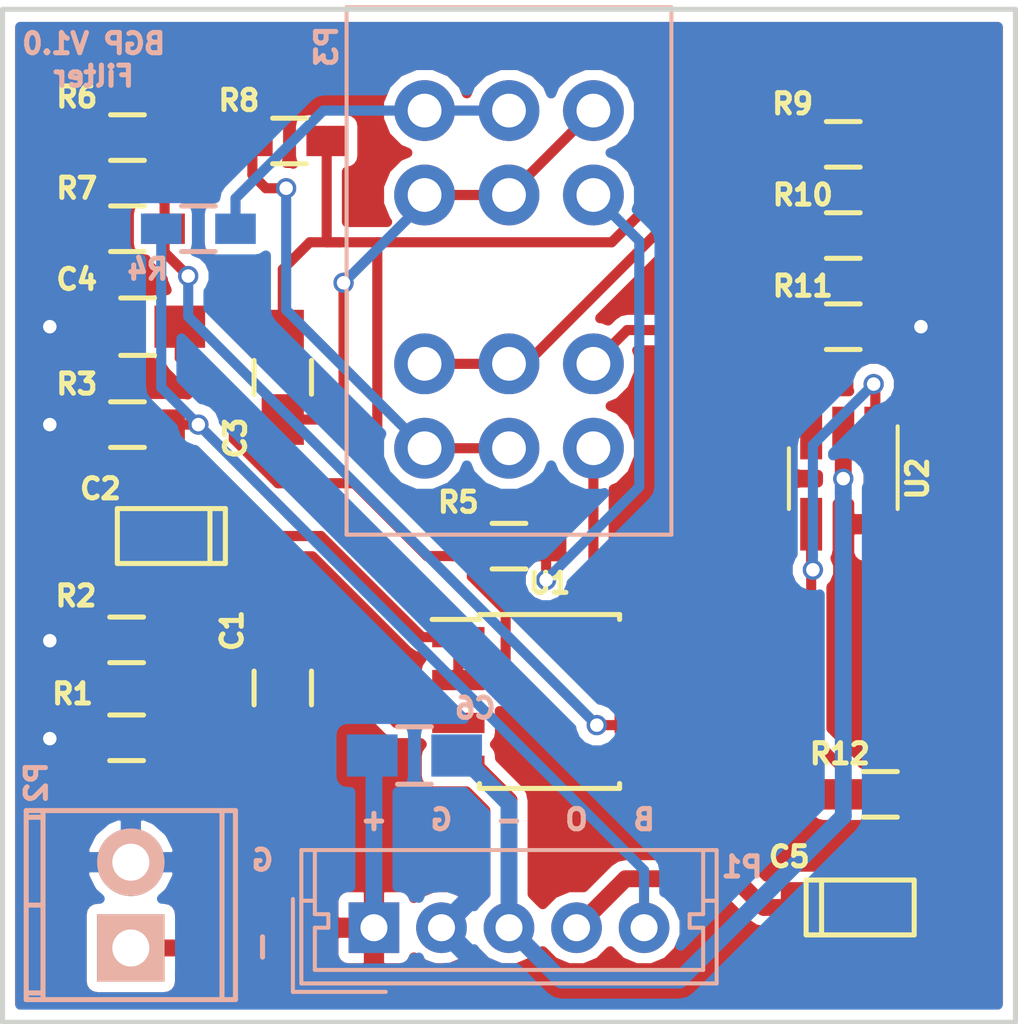
<source format=kicad_pcb>
(kicad_pcb (version 4) (host pcbnew 4.0.4-1.fc24-product)

  (general
    (links 49)
    (no_connects 0)
    (area 135.50412 91.424999 167.075001 122.075001)
    (thickness 1.6)
    (drawings 16)
    (tracks 186)
    (zones 0)
    (modules 23)
    (nets 20)
  )

  (page A4)
  (layers
    (0 F.Cu signal)
    (31 B.Cu signal)
    (32 B.Adhes user)
    (33 F.Adhes user)
    (34 B.Paste user)
    (35 F.Paste user)
    (36 B.SilkS user)
    (37 F.SilkS user)
    (38 B.Mask user)
    (39 F.Mask user)
    (40 Dwgs.User user)
    (41 Cmts.User user)
    (42 Eco1.User user)
    (43 Eco2.User user)
    (44 Edge.Cuts user)
    (45 Margin user)
    (46 B.CrtYd user)
    (47 F.CrtYd user)
    (48 B.Fab user)
    (49 F.Fab user)
  )

  (setup
    (last_trace_width 0.3)
    (trace_clearance 0.3)
    (zone_clearance 0.3)
    (zone_45_only no)
    (trace_min 0.3)
    (segment_width 0.2)
    (edge_width 0.15)
    (via_size 0.6)
    (via_drill 0.4)
    (via_min_size 0.4)
    (via_min_drill 0.3)
    (uvia_size 0.3)
    (uvia_drill 0.1)
    (uvias_allowed no)
    (uvia_min_size 0.2)
    (uvia_min_drill 0.1)
    (pcb_text_width 0.3)
    (pcb_text_size 1.5 1.5)
    (mod_edge_width 0.15)
    (mod_text_size 0.6 0.6)
    (mod_text_width 0.15)
    (pad_size 1.524 1.524)
    (pad_drill 0.762)
    (pad_to_mask_clearance 0.2)
    (aux_axis_origin 0 0)
    (visible_elements 7FFFFFFF)
    (pcbplotparams
      (layerselection 0x010f0_80000001)
      (usegerberextensions true)
      (excludeedgelayer true)
      (linewidth 0.100000)
      (plotframeref false)
      (viasonmask false)
      (mode 1)
      (useauxorigin false)
      (hpglpennumber 1)
      (hpglpenspeed 20)
      (hpglpendiameter 15)
      (hpglpenoverlay 2)
      (psnegative false)
      (psa4output false)
      (plotreference true)
      (plotvalue true)
      (plotinvisibletext false)
      (padsonsilk false)
      (subtractmaskfromsilk false)
      (outputformat 1)
      (mirror false)
      (drillshape 0)
      (scaleselection 1)
      (outputdirectory ../../GERBER/BUF_1/))
  )

  (net 0 "")
  (net 1 "Net-(C1-Pad1)")
  (net 2 /IN)
  (net 3 "Net-(C2-Pad1)")
  (net 4 /VP1_1)
  (net 5 /VP2_2)
  (net 6 /VF1_2)
  (net 7 "Net-(C4-Pad1)")
  (net 8 Earth)
  (net 9 /OUT)
  (net 10 "Net-(C5-Pad2)")
  (net 11 /V+)
  (net 12 /V-)
  (net 13 /VF2_2)
  (net 14 /VP1_2)
  (net 15 /VP2_1)
  (net 16 /VF1_1)
  (net 17 "Net-(R6-Pad2)")
  (net 18 /BUF_O)
  (net 19 "Net-(R12-Pad2)")

  (net_class Default "This is the default net class."
    (clearance 0.3)
    (trace_width 0.3)
    (via_dia 0.6)
    (via_drill 0.4)
    (uvia_dia 0.3)
    (uvia_drill 0.1)
    (add_net /BUF_O)
    (add_net /VF1_1)
    (add_net /VF1_2)
    (add_net /VF2_2)
    (add_net /VP1_1)
    (add_net /VP1_2)
    (add_net /VP2_1)
    (add_net /VP2_2)
    (add_net "Net-(C1-Pad1)")
    (add_net "Net-(C2-Pad1)")
    (add_net "Net-(C4-Pad1)")
    (add_net "Net-(C5-Pad2)")
    (add_net "Net-(R12-Pad2)")
    (add_net "Net-(R6-Pad2)")
  )

  (net_class PWR ""
    (clearance 0.3)
    (trace_width 0.5)
    (via_dia 0.6)
    (via_drill 0.4)
    (uvia_dia 0.3)
    (uvia_drill 0.1)
    (add_net /IN)
    (add_net /OUT)
    (add_net /V+)
    (add_net /V-)
    (add_net Earth)
  )

  (module Resistors_SMD:R_0603_HandSoldering (layer F.Cu) (tedit 5A5428E0) (tstamp 5A542978)
    (at 163 115.25 180)
    (descr "Resistor SMD 0603, hand soldering")
    (tags "resistor 0603")
    (path /5A4D777F)
    (attr smd)
    (fp_text reference R12 (at 1.2 1.2 180) (layer F.SilkS)
      (effects (font (size 0.6 0.6) (thickness 0.15)))
    )
    (fp_text value 100 (at 0 1.9 180) (layer F.Fab) hide
      (effects (font (size 0.6 0.6) (thickness 0.15)))
    )
    (fp_line (start -2 -0.8) (end 2 -0.8) (layer F.CrtYd) (width 0.05))
    (fp_line (start -2 0.8) (end 2 0.8) (layer F.CrtYd) (width 0.05))
    (fp_line (start -2 -0.8) (end -2 0.8) (layer F.CrtYd) (width 0.05))
    (fp_line (start 2 -0.8) (end 2 0.8) (layer F.CrtYd) (width 0.05))
    (fp_line (start 0.5 0.675) (end -0.5 0.675) (layer F.SilkS) (width 0.15))
    (fp_line (start -0.5 -0.675) (end 0.5 -0.675) (layer F.SilkS) (width 0.15))
    (pad 1 smd rect (at -1.1 0 180) (size 1.2 0.9) (layers F.Cu F.Paste F.Mask)
      (net 10 "Net-(C5-Pad2)"))
    (pad 2 smd rect (at 1.1 0 180) (size 1.2 0.9) (layers F.Cu F.Paste F.Mask)
      (net 19 "Net-(R12-Pad2)"))
    (model Resistors_SMD.3dshapes/R_0603_HandSoldering.wrl
      (at (xyz 0 0 0))
      (scale (xyz 1 1 1))
      (rotate (xyz 0 0 0))
    )
  )

  (module Terminal_Blocks:TerminalBlock_Pheonix_MPT-2.54mm_2pol (layer B.Cu) (tedit 5A4EA479) (tstamp 5A4EA261)
    (at 140.8 119.8 90)
    (descr "2-way 2.54mm pitch terminal block, Phoenix MPT series")
    (path /5A4D8B10)
    (fp_text reference P2 (at 4.9 -2.8 90) (layer B.SilkS)
      (effects (font (size 0.6 0.6) (thickness 0.15)) (justify mirror))
    )
    (fp_text value CONN_01X02 (at 1.27 -4.50088 90) (layer B.Fab) hide
      (effects (font (size 0.6 0.6) (thickness 0.15)) (justify mirror))
    )
    (fp_line (start -1.7 3.3) (end 4.3 3.3) (layer B.CrtYd) (width 0.05))
    (fp_line (start -1.7 -3.3) (end -1.7 3.3) (layer B.CrtYd) (width 0.05))
    (fp_line (start 4.3 -3.3) (end -1.7 -3.3) (layer B.CrtYd) (width 0.05))
    (fp_line (start 4.3 3.3) (end 4.3 -3.3) (layer B.CrtYd) (width 0.05))
    (fp_line (start 4.06908 -2.60096) (end -1.52908 -2.60096) (layer B.SilkS) (width 0.15))
    (fp_line (start -1.33096 -3.0988) (end -1.33096 -2.60096) (layer B.SilkS) (width 0.15))
    (fp_line (start 3.87096 -2.60096) (end 3.87096 -3.0988) (layer B.SilkS) (width 0.15))
    (fp_line (start 1.27 -3.0988) (end 1.27 -2.60096) (layer B.SilkS) (width 0.15))
    (fp_line (start -1.52908 2.70002) (end 4.06908 2.70002) (layer B.SilkS) (width 0.15))
    (fp_line (start -1.52908 -3.0988) (end 4.06908 -3.0988) (layer B.SilkS) (width 0.15))
    (fp_line (start 4.06908 -3.0988) (end 4.06908 3.0988) (layer B.SilkS) (width 0.15))
    (fp_line (start 4.06908 3.0988) (end -1.52908 3.0988) (layer B.SilkS) (width 0.15))
    (fp_line (start -1.52908 3.0988) (end -1.52908 -3.0988) (layer B.SilkS) (width 0.15))
    (pad 2 thru_hole oval (at 2.54 0 90) (size 1.99898 1.99898) (drill 1.09728) (layers *.Cu *.Mask B.SilkS)
      (net 8 Earth))
    (pad 1 thru_hole rect (at 0 0 90) (size 1.99898 1.99898) (drill 1.09728) (layers *.Cu *.Mask B.SilkS)
      (net 2 /IN))
    (model Terminal_Blocks.3dshapes/TerminalBlock_Pheonix_MPT-2.54mm_2pol.wrl
      (at (xyz 0.05 0 0))
      (scale (xyz 1 1 1))
      (rotate (xyz 0 0 0))
    )
  )

  (module Capacitors_SMD:C_0805_HandSoldering (layer F.Cu) (tedit 5A52AEB5) (tstamp 5A52AE44)
    (at 145.3 112.1 270)
    (descr "Capacitor SMD 0805, hand soldering")
    (tags "capacitor 0805")
    (path /5A52CC52)
    (attr smd)
    (fp_text reference C1 (at -1.7 1.5 270) (layer F.SilkS)
      (effects (font (size 0.6 0.6) (thickness 0.15)))
    )
    (fp_text value 0.1u (at 0 2.1 270) (layer F.Fab) hide
      (effects (font (size 0.6 0.6) (thickness 0.15)))
    )
    (fp_line (start -2.3 -1) (end 2.3 -1) (layer F.CrtYd) (width 0.05))
    (fp_line (start -2.3 1) (end 2.3 1) (layer F.CrtYd) (width 0.05))
    (fp_line (start -2.3 -1) (end -2.3 1) (layer F.CrtYd) (width 0.05))
    (fp_line (start 2.3 -1) (end 2.3 1) (layer F.CrtYd) (width 0.05))
    (fp_line (start 0.5 -0.85) (end -0.5 -0.85) (layer F.SilkS) (width 0.15))
    (fp_line (start -0.5 0.85) (end 0.5 0.85) (layer F.SilkS) (width 0.15))
    (pad 1 smd rect (at -1.25 0 270) (size 1.5 1.25) (layers F.Cu F.Paste F.Mask)
      (net 1 "Net-(C1-Pad1)"))
    (pad 2 smd rect (at 1.25 0 270) (size 1.5 1.25) (layers F.Cu F.Paste F.Mask)
      (net 2 /IN))
    (model Capacitors_SMD.3dshapes/C_0805_HandSoldering.wrl
      (at (xyz 0 0 0))
      (scale (xyz 1 1 1))
      (rotate (xyz 0 0 0))
    )
  )

  (module Capacitors_SMD:C_0805_HandSoldering (layer F.Cu) (tedit 5A52B01D) (tstamp 5A52AE50)
    (at 145.3 102.9 270)
    (descr "Capacitor SMD 0805, hand soldering")
    (tags "capacitor 0805")
    (path /5A4D6DE5)
    (attr smd)
    (fp_text reference C3 (at 1.8 1.4 270) (layer F.SilkS)
      (effects (font (size 0.6 0.6) (thickness 0.15)))
    )
    (fp_text value 10n (at 0 2.1 270) (layer F.Fab) hide
      (effects (font (size 0.6 0.6) (thickness 0.15)))
    )
    (fp_line (start -2.3 -1) (end 2.3 -1) (layer F.CrtYd) (width 0.05))
    (fp_line (start -2.3 1) (end 2.3 1) (layer F.CrtYd) (width 0.05))
    (fp_line (start -2.3 -1) (end -2.3 1) (layer F.CrtYd) (width 0.05))
    (fp_line (start 2.3 -1) (end 2.3 1) (layer F.CrtYd) (width 0.05))
    (fp_line (start 0.5 -0.85) (end -0.5 -0.85) (layer F.SilkS) (width 0.15))
    (fp_line (start -0.5 0.85) (end 0.5 0.85) (layer F.SilkS) (width 0.15))
    (pad 1 smd rect (at -1.25 0 270) (size 1.5 1.25) (layers F.Cu F.Paste F.Mask)
      (net 5 /VP2_2))
    (pad 2 smd rect (at 1.25 0 270) (size 1.5 1.25) (layers F.Cu F.Paste F.Mask)
      (net 6 /VF1_2))
    (model Capacitors_SMD.3dshapes/C_0805_HandSoldering.wrl
      (at (xyz 0 0 0))
      (scale (xyz 1 1 1))
      (rotate (xyz 0 0 0))
    )
  )

  (module Capacitors_SMD:C_0805_HandSoldering (layer F.Cu) (tedit 5A52B023) (tstamp 5A52AE56)
    (at 141 101.4 180)
    (descr "Capacitor SMD 0805, hand soldering")
    (tags "capacitor 0805")
    (path /5A4D6EAE)
    (attr smd)
    (fp_text reference C4 (at 1.8 1.4 180) (layer F.SilkS)
      (effects (font (size 0.6 0.6) (thickness 0.15)))
    )
    (fp_text value 10n (at 0 2.1 180) (layer F.Fab) hide
      (effects (font (size 0.6 0.6) (thickness 0.15)))
    )
    (fp_line (start -2.3 -1) (end 2.3 -1) (layer F.CrtYd) (width 0.05))
    (fp_line (start -2.3 1) (end 2.3 1) (layer F.CrtYd) (width 0.05))
    (fp_line (start -2.3 -1) (end -2.3 1) (layer F.CrtYd) (width 0.05))
    (fp_line (start 2.3 -1) (end 2.3 1) (layer F.CrtYd) (width 0.05))
    (fp_line (start 0.5 -0.85) (end -0.5 -0.85) (layer F.SilkS) (width 0.15))
    (fp_line (start -0.5 0.85) (end 0.5 0.85) (layer F.SilkS) (width 0.15))
    (pad 1 smd rect (at -1.25 0 180) (size 1.5 1.25) (layers F.Cu F.Paste F.Mask)
      (net 7 "Net-(C4-Pad1)"))
    (pad 2 smd rect (at 1.25 0 180) (size 1.5 1.25) (layers F.Cu F.Paste F.Mask)
      (net 8 Earth))
    (model Capacitors_SMD.3dshapes/C_0805_HandSoldering.wrl
      (at (xyz 0 0 0))
      (scale (xyz 1 1 1))
      (rotate (xyz 0 0 0))
    )
  )

  (module Resistors_SMD:R_0603_HandSoldering (layer F.Cu) (tedit 5A52AEAF) (tstamp 5A52AE68)
    (at 140.675 113.575)
    (descr "Resistor SMD 0603, hand soldering")
    (tags "resistor 0603")
    (path /5A52CBE4)
    (attr smd)
    (fp_text reference R1 (at -1.6 -1.3) (layer F.SilkS)
      (effects (font (size 0.6 0.6) (thickness 0.15)))
    )
    (fp_text value 499k (at 0 1.9) (layer F.Fab) hide
      (effects (font (size 0.6 0.6) (thickness 0.15)))
    )
    (fp_line (start -2 -0.8) (end 2 -0.8) (layer F.CrtYd) (width 0.05))
    (fp_line (start -2 0.8) (end 2 0.8) (layer F.CrtYd) (width 0.05))
    (fp_line (start -2 -0.8) (end -2 0.8) (layer F.CrtYd) (width 0.05))
    (fp_line (start 2 -0.8) (end 2 0.8) (layer F.CrtYd) (width 0.05))
    (fp_line (start 0.5 0.675) (end -0.5 0.675) (layer F.SilkS) (width 0.15))
    (fp_line (start -0.5 -0.675) (end 0.5 -0.675) (layer F.SilkS) (width 0.15))
    (pad 1 smd rect (at -1.1 0) (size 1.2 0.9) (layers F.Cu F.Paste F.Mask)
      (net 8 Earth))
    (pad 2 smd rect (at 1.1 0) (size 1.2 0.9) (layers F.Cu F.Paste F.Mask)
      (net 2 /IN))
    (model Resistors_SMD.3dshapes/R_0603_HandSoldering.wrl
      (at (xyz 0 0 0))
      (scale (xyz 1 1 1))
      (rotate (xyz 0 0 0))
    )
  )

  (module Resistors_SMD:R_0603_HandSoldering (layer F.Cu) (tedit 5A52AEB2) (tstamp 5A52AE6E)
    (at 140.675 110.675)
    (descr "Resistor SMD 0603, hand soldering")
    (tags "resistor 0603")
    (path /5A52CA73)
    (attr smd)
    (fp_text reference R2 (at -1.5 -1.3) (layer F.SilkS)
      (effects (font (size 0.6 0.6) (thickness 0.15)))
    )
    (fp_text value 499k (at 0 1.9) (layer F.Fab) hide
      (effects (font (size 0.6 0.6) (thickness 0.15)))
    )
    (fp_line (start -2 -0.8) (end 2 -0.8) (layer F.CrtYd) (width 0.05))
    (fp_line (start -2 0.8) (end 2 0.8) (layer F.CrtYd) (width 0.05))
    (fp_line (start -2 -0.8) (end -2 0.8) (layer F.CrtYd) (width 0.05))
    (fp_line (start 2 -0.8) (end 2 0.8) (layer F.CrtYd) (width 0.05))
    (fp_line (start 0.5 0.675) (end -0.5 0.675) (layer F.SilkS) (width 0.15))
    (fp_line (start -0.5 -0.675) (end 0.5 -0.675) (layer F.SilkS) (width 0.15))
    (pad 1 smd rect (at -1.1 0) (size 1.2 0.9) (layers F.Cu F.Paste F.Mask)
      (net 8 Earth))
    (pad 2 smd rect (at 1.1 0) (size 1.2 0.9) (layers F.Cu F.Paste F.Mask)
      (net 1 "Net-(C1-Pad1)"))
    (model Resistors_SMD.3dshapes/R_0603_HandSoldering.wrl
      (at (xyz 0 0 0))
      (scale (xyz 1 1 1))
      (rotate (xyz 0 0 0))
    )
  )

  (module Resistors_SMD:R_0603_HandSoldering (layer F.Cu) (tedit 5A52B020) (tstamp 5A52AE74)
    (at 140.7 104.3)
    (descr "Resistor SMD 0603, hand soldering")
    (tags "resistor 0603")
    (path /5A52E50E)
    (attr smd)
    (fp_text reference R3 (at -1.5 -1.2) (layer F.SilkS)
      (effects (font (size 0.6 0.6) (thickness 0.15)))
    )
    (fp_text value 100k (at 0 1.9) (layer F.Fab) hide
      (effects (font (size 0.6 0.6) (thickness 0.15)))
    )
    (fp_line (start -2 -0.8) (end 2 -0.8) (layer F.CrtYd) (width 0.05))
    (fp_line (start -2 0.8) (end 2 0.8) (layer F.CrtYd) (width 0.05))
    (fp_line (start -2 -0.8) (end -2 0.8) (layer F.CrtYd) (width 0.05))
    (fp_line (start 2 -0.8) (end 2 0.8) (layer F.CrtYd) (width 0.05))
    (fp_line (start 0.5 0.675) (end -0.5 0.675) (layer F.SilkS) (width 0.15))
    (fp_line (start -0.5 -0.675) (end 0.5 -0.675) (layer F.SilkS) (width 0.15))
    (pad 1 smd rect (at -1.1 0) (size 1.2 0.9) (layers F.Cu F.Paste F.Mask)
      (net 8 Earth))
    (pad 2 smd rect (at 1.1 0) (size 1.2 0.9) (layers F.Cu F.Paste F.Mask)
      (net 18 /BUF_O))
    (model Resistors_SMD.3dshapes/R_0603_HandSoldering.wrl
      (at (xyz 0 0 0))
      (scale (xyz 1 1 1))
      (rotate (xyz 0 0 0))
    )
  )

  (module Resistors_SMD:R_0603_HandSoldering (layer B.Cu) (tedit 5A52B18F) (tstamp 5A52AE7A)
    (at 142.8 98.5 180)
    (descr "Resistor SMD 0603, hand soldering")
    (tags "resistor 0603")
    (path /5A4D6B34)
    (attr smd)
    (fp_text reference R4 (at 1.5 -1.2 180) (layer B.SilkS)
      (effects (font (size 0.6 0.6) (thickness 0.15)) (justify mirror))
    )
    (fp_text value 4.99k (at 0 -1.9 180) (layer B.Fab) hide
      (effects (font (size 0.6 0.6) (thickness 0.15)) (justify mirror))
    )
    (fp_line (start -2 0.8) (end 2 0.8) (layer B.CrtYd) (width 0.05))
    (fp_line (start -2 -0.8) (end 2 -0.8) (layer B.CrtYd) (width 0.05))
    (fp_line (start -2 0.8) (end -2 -0.8) (layer B.CrtYd) (width 0.05))
    (fp_line (start 2 0.8) (end 2 -0.8) (layer B.CrtYd) (width 0.05))
    (fp_line (start 0.5 -0.675) (end -0.5 -0.675) (layer B.SilkS) (width 0.15))
    (fp_line (start -0.5 0.675) (end 0.5 0.675) (layer B.SilkS) (width 0.15))
    (pad 1 smd rect (at -1.1 0 180) (size 1.2 0.9) (layers B.Cu B.Paste B.Mask)
      (net 16 /VF1_1))
    (pad 2 smd rect (at 1.1 0 180) (size 1.2 0.9) (layers B.Cu B.Paste B.Mask)
      (net 18 /BUF_O))
    (model Resistors_SMD.3dshapes/R_0603_HandSoldering.wrl
      (at (xyz 0 0 0))
      (scale (xyz 1 1 1))
      (rotate (xyz 0 0 0))
    )
  )

  (module Resistors_SMD:R_0603_HandSoldering (layer F.Cu) (tedit 5A52AFEB) (tstamp 5A52AE80)
    (at 152 107.9)
    (descr "Resistor SMD 0603, hand soldering")
    (tags "resistor 0603")
    (path /5A4D6D5B)
    (attr smd)
    (fp_text reference R5 (at -1.5 -1.3) (layer F.SilkS)
      (effects (font (size 0.6 0.6) (thickness 0.15)))
    )
    (fp_text value 4.99k (at 0 1.9) (layer F.Fab) hide
      (effects (font (size 0.6 0.6) (thickness 0.15)))
    )
    (fp_line (start -2 -0.8) (end 2 -0.8) (layer F.CrtYd) (width 0.05))
    (fp_line (start -2 0.8) (end 2 0.8) (layer F.CrtYd) (width 0.05))
    (fp_line (start -2 -0.8) (end -2 0.8) (layer F.CrtYd) (width 0.05))
    (fp_line (start 2 -0.8) (end 2 0.8) (layer F.CrtYd) (width 0.05))
    (fp_line (start 0.5 0.675) (end -0.5 0.675) (layer F.SilkS) (width 0.15))
    (fp_line (start -0.5 -0.675) (end 0.5 -0.675) (layer F.SilkS) (width 0.15))
    (pad 1 smd rect (at -1.1 0) (size 1.2 0.9) (layers F.Cu F.Paste F.Mask)
      (net 7 "Net-(C4-Pad1)"))
    (pad 2 smd rect (at 1.1 0) (size 1.2 0.9) (layers F.Cu F.Paste F.Mask)
      (net 13 /VF2_2))
    (model Resistors_SMD.3dshapes/R_0603_HandSoldering.wrl
      (at (xyz 0 0 0))
      (scale (xyz 1 1 1))
      (rotate (xyz 0 0 0))
    )
  )

  (module Resistors_SMD:R_0603_HandSoldering (layer F.Cu) (tedit 5A52B0B9) (tstamp 5A52AE86)
    (at 140.7 95.8 180)
    (descr "Resistor SMD 0603, hand soldering")
    (tags "resistor 0603")
    (path /5A4D6FED)
    (attr smd)
    (fp_text reference R6 (at 1.5 1.2 180) (layer F.SilkS)
      (effects (font (size 0.6 0.6) (thickness 0.15)))
    )
    (fp_text value 15k (at 0 1.9 180) (layer F.Fab) hide
      (effects (font (size 0.6 0.6) (thickness 0.15)))
    )
    (fp_line (start -2 -0.8) (end 2 -0.8) (layer F.CrtYd) (width 0.05))
    (fp_line (start -2 0.8) (end 2 0.8) (layer F.CrtYd) (width 0.05))
    (fp_line (start -2 -0.8) (end -2 0.8) (layer F.CrtYd) (width 0.05))
    (fp_line (start 2 -0.8) (end 2 0.8) (layer F.CrtYd) (width 0.05))
    (fp_line (start 0.5 0.675) (end -0.5 0.675) (layer F.SilkS) (width 0.15))
    (fp_line (start -0.5 -0.675) (end 0.5 -0.675) (layer F.SilkS) (width 0.15))
    (pad 1 smd rect (at -1.1 0 180) (size 1.2 0.9) (layers F.Cu F.Paste F.Mask)
      (net 15 /VP2_1))
    (pad 2 smd rect (at 1.1 0 180) (size 1.2 0.9) (layers F.Cu F.Paste F.Mask)
      (net 17 "Net-(R6-Pad2)"))
    (model Resistors_SMD.3dshapes/R_0603_HandSoldering.wrl
      (at (xyz 0 0 0))
      (scale (xyz 1 1 1))
      (rotate (xyz 0 0 0))
    )
  )

  (module Resistors_SMD:R_0603_HandSoldering (layer F.Cu) (tedit 5A52B08C) (tstamp 5A52AE8C)
    (at 140.7 98.5)
    (descr "Resistor SMD 0603, hand soldering")
    (tags "resistor 0603")
    (path /5A4D7175)
    (attr smd)
    (fp_text reference R7 (at -1.5 -1.2) (layer F.SilkS)
      (effects (font (size 0.6 0.6) (thickness 0.15)))
    )
    (fp_text value 15k (at 0 1.9) (layer F.Fab) hide
      (effects (font (size 0.6 0.6) (thickness 0.15)))
    )
    (fp_line (start -2 -0.8) (end 2 -0.8) (layer F.CrtYd) (width 0.05))
    (fp_line (start -2 0.8) (end 2 0.8) (layer F.CrtYd) (width 0.05))
    (fp_line (start -2 -0.8) (end -2 0.8) (layer F.CrtYd) (width 0.05))
    (fp_line (start 2 -0.8) (end 2 0.8) (layer F.CrtYd) (width 0.05))
    (fp_line (start 0.5 0.675) (end -0.5 0.675) (layer F.SilkS) (width 0.15))
    (fp_line (start -0.5 -0.675) (end 0.5 -0.675) (layer F.SilkS) (width 0.15))
    (pad 1 smd rect (at -1.1 0) (size 1.2 0.9) (layers F.Cu F.Paste F.Mask)
      (net 8 Earth))
    (pad 2 smd rect (at 1.1 0) (size 1.2 0.9) (layers F.Cu F.Paste F.Mask)
      (net 17 "Net-(R6-Pad2)"))
    (model Resistors_SMD.3dshapes/R_0603_HandSoldering.wrl
      (at (xyz 0 0 0))
      (scale (xyz 1 1 1))
      (rotate (xyz 0 0 0))
    )
  )

  (module Resistors_SMD:R_0603_HandSoldering (layer F.Cu) (tedit 5A52B082) (tstamp 5A52AE92)
    (at 145.5 95.9 180)
    (descr "Resistor SMD 0603, hand soldering")
    (tags "resistor 0603")
    (path /5A52BC86)
    (attr smd)
    (fp_text reference R8 (at 1.5 1.2 180) (layer F.SilkS)
      (effects (font (size 0.6 0.6) (thickness 0.15)))
    )
    (fp_text value 20k (at 0 1.9 180) (layer F.Fab) hide
      (effects (font (size 0.6 0.6) (thickness 0.15)))
    )
    (fp_line (start -2 -0.8) (end 2 -0.8) (layer F.CrtYd) (width 0.05))
    (fp_line (start -2 0.8) (end 2 0.8) (layer F.CrtYd) (width 0.05))
    (fp_line (start -2 -0.8) (end -2 0.8) (layer F.CrtYd) (width 0.05))
    (fp_line (start 2 -0.8) (end 2 0.8) (layer F.CrtYd) (width 0.05))
    (fp_line (start 0.5 0.675) (end -0.5 0.675) (layer F.SilkS) (width 0.15))
    (fp_line (start -0.5 -0.675) (end 0.5 -0.675) (layer F.SilkS) (width 0.15))
    (pad 1 smd rect (at -1.1 0 180) (size 1.2 0.9) (layers F.Cu F.Paste F.Mask)
      (net 5 /VP2_2))
    (pad 2 smd rect (at 1.1 0 180) (size 1.2 0.9) (layers F.Cu F.Paste F.Mask)
      (net 15 /VP2_1))
    (model Resistors_SMD.3dshapes/R_0603_HandSoldering.wrl
      (at (xyz 0 0 0))
      (scale (xyz 1 1 1))
      (rotate (xyz 0 0 0))
    )
  )

  (module Resistors_SMD:R_0603_HandSoldering (layer F.Cu) (tedit 5A52B125) (tstamp 5A52AE98)
    (at 161.9 96)
    (descr "Resistor SMD 0603, hand soldering")
    (tags "resistor 0603")
    (path /5A4D6847)
    (attr smd)
    (fp_text reference R9 (at -1.5 -1.2) (layer F.SilkS)
      (effects (font (size 0.6 0.6) (thickness 0.15)))
    )
    (fp_text value 15k (at 0 1.9) (layer F.Fab) hide
      (effects (font (size 0.6 0.6) (thickness 0.15)))
    )
    (fp_line (start -2 -0.8) (end 2 -0.8) (layer F.CrtYd) (width 0.05))
    (fp_line (start -2 0.8) (end 2 0.8) (layer F.CrtYd) (width 0.05))
    (fp_line (start -2 -0.8) (end -2 0.8) (layer F.CrtYd) (width 0.05))
    (fp_line (start 2 -0.8) (end 2 0.8) (layer F.CrtYd) (width 0.05))
    (fp_line (start 0.5 0.675) (end -0.5 0.675) (layer F.SilkS) (width 0.15))
    (fp_line (start -0.5 -0.675) (end 0.5 -0.675) (layer F.SilkS) (width 0.15))
    (pad 1 smd rect (at -1.1 0) (size 1.2 0.9) (layers F.Cu F.Paste F.Mask)
      (net 4 /VP1_1))
    (pad 2 smd rect (at 1.1 0) (size 1.2 0.9) (layers F.Cu F.Paste F.Mask)
      (net 5 /VP2_2))
    (model Resistors_SMD.3dshapes/R_0603_HandSoldering.wrl
      (at (xyz 0 0 0))
      (scale (xyz 1 1 1))
      (rotate (xyz 0 0 0))
    )
  )

  (module Resistors_SMD:R_0603_HandSoldering (layer F.Cu) (tedit 5A52B123) (tstamp 5A52AE9E)
    (at 161.9 98.7)
    (descr "Resistor SMD 0603, hand soldering")
    (tags "resistor 0603")
    (path /5A52C439)
    (attr smd)
    (fp_text reference R10 (at -1.2 -1.2) (layer F.SilkS)
      (effects (font (size 0.6 0.6) (thickness 0.15)))
    )
    (fp_text value 20k (at 0 1.9) (layer F.Fab) hide
      (effects (font (size 0.6 0.6) (thickness 0.15)))
    )
    (fp_line (start -2 -0.8) (end 2 -0.8) (layer F.CrtYd) (width 0.05))
    (fp_line (start -2 0.8) (end 2 0.8) (layer F.CrtYd) (width 0.05))
    (fp_line (start -2 -0.8) (end -2 0.8) (layer F.CrtYd) (width 0.05))
    (fp_line (start 2 -0.8) (end 2 0.8) (layer F.CrtYd) (width 0.05))
    (fp_line (start 0.5 0.675) (end -0.5 0.675) (layer F.SilkS) (width 0.15))
    (fp_line (start -0.5 -0.675) (end 0.5 -0.675) (layer F.SilkS) (width 0.15))
    (pad 1 smd rect (at -1.1 0) (size 1.2 0.9) (layers F.Cu F.Paste F.Mask)
      (net 14 /VP1_2))
    (pad 2 smd rect (at 1.1 0) (size 1.2 0.9) (layers F.Cu F.Paste F.Mask)
      (net 4 /VP1_1))
    (model Resistors_SMD.3dshapes/R_0603_HandSoldering.wrl
      (at (xyz 0 0 0))
      (scale (xyz 1 1 1))
      (rotate (xyz 0 0 0))
    )
  )

  (module Resistors_SMD:R_0603_HandSoldering (layer F.Cu) (tedit 5A52B11B) (tstamp 5A52AEA4)
    (at 161.9 101.4)
    (descr "Resistor SMD 0603, hand soldering")
    (tags "resistor 0603")
    (path /5A4D68C2)
    (attr smd)
    (fp_text reference R11 (at -1.2 -1.2) (layer F.SilkS)
      (effects (font (size 0.6 0.6) (thickness 0.15)))
    )
    (fp_text value 15k (at 0 1.9) (layer F.Fab) hide
      (effects (font (size 0.6 0.6) (thickness 0.15)))
    )
    (fp_line (start -2 -0.8) (end 2 -0.8) (layer F.CrtYd) (width 0.05))
    (fp_line (start -2 0.8) (end 2 0.8) (layer F.CrtYd) (width 0.05))
    (fp_line (start -2 -0.8) (end -2 0.8) (layer F.CrtYd) (width 0.05))
    (fp_line (start 2 -0.8) (end 2 0.8) (layer F.CrtYd) (width 0.05))
    (fp_line (start 0.5 0.675) (end -0.5 0.675) (layer F.SilkS) (width 0.15))
    (fp_line (start -0.5 -0.675) (end 0.5 -0.675) (layer F.SilkS) (width 0.15))
    (pad 1 smd rect (at -1.1 0) (size 1.2 0.9) (layers F.Cu F.Paste F.Mask)
      (net 14 /VP1_2))
    (pad 2 smd rect (at 1.1 0) (size 1.2 0.9) (layers F.Cu F.Paste F.Mask)
      (net 8 Earth))
    (model Resistors_SMD.3dshapes/R_0603_HandSoldering.wrl
      (at (xyz 0 0 0))
      (scale (xyz 1 1 1))
      (rotate (xyz 0 0 0))
    )
  )

  (module TO_SOT_Packages_SMD:SOT-23-5_HandSoldering (layer F.Cu) (tedit 5A52B1A7) (tstamp 5A52AEBF)
    (at 161.9 105.9 270)
    (descr "5-pin SOT23 package")
    (tags "SOT-23-5 hand-soldering")
    (path /5A52AEC2)
    (attr smd)
    (fp_text reference U2 (at 0 -2.2 270) (layer F.SilkS)
      (effects (font (size 0.6 0.6) (thickness 0.15)))
    )
    (fp_text value TLV170 (at 0 2.9 270) (layer F.Fab) hide
      (effects (font (size 0.6 0.6) (thickness 0.15)))
    )
    (fp_text user %R (at 0 0 360) (layer F.Fab)
      (effects (font (size 0.6 0.6) (thickness 0.15)))
    )
    (fp_line (start -0.9 1.61) (end 0.9 1.61) (layer F.SilkS) (width 0.12))
    (fp_line (start 0.9 -1.61) (end -1.55 -1.61) (layer F.SilkS) (width 0.12))
    (fp_line (start -0.9 -0.9) (end -0.25 -1.55) (layer F.Fab) (width 0.1))
    (fp_line (start 0.9 -1.55) (end -0.25 -1.55) (layer F.Fab) (width 0.1))
    (fp_line (start -0.9 -0.9) (end -0.9 1.55) (layer F.Fab) (width 0.1))
    (fp_line (start 0.9 1.55) (end -0.9 1.55) (layer F.Fab) (width 0.1))
    (fp_line (start 0.9 -1.55) (end 0.9 1.55) (layer F.Fab) (width 0.1))
    (fp_line (start -2.38 -1.8) (end 2.38 -1.8) (layer F.CrtYd) (width 0.05))
    (fp_line (start -2.38 -1.8) (end -2.38 1.8) (layer F.CrtYd) (width 0.05))
    (fp_line (start 2.38 1.8) (end 2.38 -1.8) (layer F.CrtYd) (width 0.05))
    (fp_line (start 2.38 1.8) (end -2.38 1.8) (layer F.CrtYd) (width 0.05))
    (pad 1 smd rect (at -1.35 -0.95 270) (size 1.56 0.65) (layers F.Cu F.Paste F.Mask)
      (net 19 "Net-(R12-Pad2)"))
    (pad 2 smd rect (at -1.35 0 270) (size 1.56 0.65) (layers F.Cu F.Paste F.Mask)
      (net 12 /V-))
    (pad 3 smd rect (at -1.35 0.95 270) (size 1.56 0.65) (layers F.Cu F.Paste F.Mask)
      (net 14 /VP1_2))
    (pad 4 smd rect (at 1.35 0.95 270) (size 1.56 0.65) (layers F.Cu F.Paste F.Mask)
      (net 19 "Net-(R12-Pad2)"))
    (pad 5 smd rect (at 1.35 -0.95 270) (size 1.56 0.65) (layers F.Cu F.Paste F.Mask)
      (net 11 /V+))
    (model ${KISYS3DMOD}/TO_SOT_Packages_SMD.3dshapes\SOT-23-5.wrl
      (at (xyz 0 0 0))
      (scale (xyz 1 1 1))
      (rotate (xyz 0 0 0))
    )
  )

  (module Housings_SOIC:SOIC-8_3.9x4.9mm_Pitch1.27mm (layer F.Cu) (tedit 5A5BD448) (tstamp 5A540EEC)
    (at 153.2 112.5)
    (descr "8-Lead Plastic Small Outline (SN) - Narrow, 3.90 mm Body [SOIC] (see Microchip Packaging Specification 00000049BS.pdf)")
    (tags "SOIC 1.27")
    (path /5A540C89)
    (attr smd)
    (fp_text reference U1 (at 0 -3.5) (layer F.SilkS)
      (effects (font (size 0.6 0.6) (thickness 0.15)))
    )
    (fp_text value MC33178 (at 0 3.5) (layer F.Fab) hide
      (effects (font (size 0.6 0.6) (thickness 0.15)))
    )
    (fp_line (start -3.75 -2.75) (end -3.75 2.75) (layer F.CrtYd) (width 0.05))
    (fp_line (start 3.75 -2.75) (end 3.75 2.75) (layer F.CrtYd) (width 0.05))
    (fp_line (start -3.75 -2.75) (end 3.75 -2.75) (layer F.CrtYd) (width 0.05))
    (fp_line (start -3.75 2.75) (end 3.75 2.75) (layer F.CrtYd) (width 0.05))
    (fp_line (start -2.075 -2.575) (end -2.075 -2.43) (layer F.SilkS) (width 0.15))
    (fp_line (start 2.075 -2.575) (end 2.075 -2.43) (layer F.SilkS) (width 0.15))
    (fp_line (start 2.075 2.575) (end 2.075 2.43) (layer F.SilkS) (width 0.15))
    (fp_line (start -2.075 2.575) (end -2.075 2.43) (layer F.SilkS) (width 0.15))
    (fp_line (start -2.075 -2.575) (end 2.075 -2.575) (layer F.SilkS) (width 0.15))
    (fp_line (start -2.075 2.575) (end 2.075 2.575) (layer F.SilkS) (width 0.15))
    (fp_line (start -2.075 -2.43) (end -3.475 -2.43) (layer F.SilkS) (width 0.15))
    (pad 1 smd rect (at -2.7 -1.905) (size 1.55 0.6) (layers F.Cu F.Paste F.Mask)
      (net 3 "Net-(C2-Pad1)"))
    (pad 2 smd rect (at -2.7 -0.635) (size 1.55 0.6) (layers F.Cu F.Paste F.Mask)
      (net 3 "Net-(C2-Pad1)"))
    (pad 3 smd rect (at -2.7 0.635) (size 1.55 0.6) (layers F.Cu F.Paste F.Mask)
      (net 1 "Net-(C1-Pad1)"))
    (pad 4 smd rect (at -2.7 1.905) (size 1.55 0.6) (layers F.Cu F.Paste F.Mask)
      (net 12 /V-))
    (pad 5 smd rect (at 2.7 1.905) (size 1.55 0.6) (layers F.Cu F.Paste F.Mask)
      (net 7 "Net-(C4-Pad1)"))
    (pad 6 smd rect (at 2.7 0.635) (size 1.55 0.6) (layers F.Cu F.Paste F.Mask)
      (net 17 "Net-(R6-Pad2)"))
    (pad 7 smd rect (at 2.7 -0.635) (size 1.55 0.6) (layers F.Cu F.Paste F.Mask)
      (net 5 /VP2_2))
    (pad 8 smd rect (at 2.7 -1.905) (size 1.55 0.6) (layers F.Cu F.Paste F.Mask)
      (net 11 /V+))
    (model Housings_SOIC.3dshapes/SOIC-8_3.9x4.9mm_Pitch1.27mm.wrl
      (at (xyz 0 0 0))
      (scale (xyz 1 1 1))
      (rotate (xyz 0 0 0))
    )
  )

  (module Connectors_Molex:Molex_MicroLatch-53253-0570_05x2.00mm_Straight (layer B.Cu) (tedit 5A5BD48C) (tstamp 5A573E26)
    (at 148 119.2)
    (descr "Molex Micro-Latch connector, PN:53253-0570, top entry type, through hole")
    (tags "conn molex micro latch")
    (path /5A4D8A5E)
    (fp_text reference P1 (at 10.9 -1.8) (layer B.SilkS)
      (effects (font (size 0.6 0.6) (thickness 0.15)) (justify mirror))
    )
    (fp_text value CONN_01X05 (at 3.7 -3.424999) (layer B.Fab) hide
      (effects (font (size 0.6 0.6) (thickness 0.15)) (justify mirror))
    )
    (fp_line (start -2 1.5) (end -2 -2.15) (layer B.Fab) (width 0.1))
    (fp_line (start -2 -2.15) (end 10 -2.15) (layer B.Fab) (width 0.1))
    (fp_line (start 10 -2.15) (end 10 1.5) (layer B.Fab) (width 0.1))
    (fp_line (start 10 1.5) (end -2 1.5) (layer B.Fab) (width 0.1))
    (fp_line (start -2.6 2.1) (end -2.6 -2.75) (layer B.CrtYd) (width 0.05))
    (fp_line (start -2.6 -2.75) (end 10.65 -2.75) (layer B.CrtYd) (width 0.05))
    (fp_line (start 10.65 -2.75) (end 10.65 2.1) (layer B.CrtYd) (width 0.05))
    (fp_line (start 10.65 2.1) (end -2.6 2.1) (layer B.CrtYd) (width 0.05))
    (fp_line (start -2.15 1.65) (end -2.15 -2.3) (layer B.SilkS) (width 0.12))
    (fp_line (start -2.15 -2.3) (end 10.15 -2.3) (layer B.SilkS) (width 0.12))
    (fp_line (start 10.15 -2.3) (end 10.15 1.65) (layer B.SilkS) (width 0.12))
    (fp_line (start 10.15 1.65) (end -2.15 1.65) (layer B.SilkS) (width 0.12))
    (fp_line (start 0.35 1.9) (end -2.4 1.9) (layer B.SilkS) (width 0.12))
    (fp_line (start -2.4 1.9) (end -2.4 -0.85) (layer B.SilkS) (width 0.12))
    (fp_line (start 0.35 1.9) (end -2.4 1.9) (layer B.Fab) (width 0.1))
    (fp_line (start -2.4 1.9) (end -2.4 -0.85) (layer B.Fab) (width 0.1))
    (fp_line (start -2.15 -0.8) (end -1.75 -0.8) (layer B.SilkS) (width 0.12))
    (fp_line (start 10.15 -0.8) (end 9.75 -0.8) (layer B.SilkS) (width 0.12))
    (fp_line (start 4 1.25) (end -1.75 1.25) (layer B.SilkS) (width 0.12))
    (fp_line (start -1.75 1.25) (end -1.75 0) (layer B.SilkS) (width 0.12))
    (fp_line (start -1.75 0) (end -1.35 0) (layer B.SilkS) (width 0.12))
    (fp_line (start -1.35 0) (end -1.35 -0.4) (layer B.SilkS) (width 0.12))
    (fp_line (start -1.35 -0.4) (end -1.75 -0.4) (layer B.SilkS) (width 0.12))
    (fp_line (start -1.75 -0.4) (end -1.75 -2.3) (layer B.SilkS) (width 0.12))
    (fp_line (start 4 1.25) (end 9.75 1.25) (layer B.SilkS) (width 0.12))
    (fp_line (start 9.75 1.25) (end 9.75 0) (layer B.SilkS) (width 0.12))
    (fp_line (start 9.75 0) (end 9.35 0) (layer B.SilkS) (width 0.12))
    (fp_line (start 9.35 0) (end 9.35 -0.4) (layer B.SilkS) (width 0.12))
    (fp_line (start 9.35 -0.4) (end 9.75 -0.4) (layer B.SilkS) (width 0.12))
    (fp_line (start 9.75 -0.4) (end 9.75 -2.3) (layer B.SilkS) (width 0.12))
    (fp_text user %R (at 4 -1.5) (layer B.Fab) hide
      (effects (font (size 0.6 0.6) (thickness 0.15)) (justify mirror))
    )
    (pad 1 thru_hole rect (at 0 0) (size 1.5 1.5) (drill 0.8) (layers *.Cu *.Mask)
      (net 11 /V+))
    (pad 2 thru_hole circle (at 2 0) (size 1.5 1.5) (drill 0.8) (layers *.Cu *.Mask)
      (net 8 Earth))
    (pad 3 thru_hole circle (at 4 0) (size 1.5 1.5) (drill 0.8) (layers *.Cu *.Mask)
      (net 12 /V-))
    (pad 4 thru_hole circle (at 6 0) (size 1.5 1.5) (drill 0.8) (layers *.Cu *.Mask)
      (net 9 /OUT))
    (pad 5 thru_hole circle (at 8 0) (size 1.5 1.5) (drill 0.8) (layers *.Cu *.Mask)
      (net 18 /BUF_O))
    (model ${KISYS3DMOD}/Connectors_Molex.3dshapes/Molex_MicroLatch-53253-0570_05x2.00mm_Straight.wrl
      (at (xyz 0 0 0))
      (scale (xyz 1 1 1))
      (rotate (xyz 0 0 0))
    )
  )

  (module LIBS:Potentiometer_Alps_RK097_Quad_Vertical_Dual_Shaft (layer B.Cu) (tedit 5A580646) (tstamp 5A5807E3)
    (at 149.5 95 90)
    (descr "Potentiometer, vertically mounted, Omeg PC16PU, Omeg PC16PU, Omeg PC16PU, Vishay/Spectrol 248GJ/249GJ Single, Vishay/Spectrol 248GJ/249GJ Single, Vishay/Spectrol 248GJ/249GJ Single, Vishay/Spectrol 248GH/249GH Single, Vishay/Spectrol 148/149 Single, Vishay/Spectrol 148/149 Single, Vishay/Spectrol 148/149 Single, Vishay/Spectrol 148A/149A Single with mounting plates, Vishay/Spectrol 148/149 Double, Vishay/Spectrol 148A/149A Double with mounting plates, Piher PC-16 Single, Piher PC-16 Single, Piher PC-16 Single, Piher PC-16SV Single, Piher PC-16 Double, Piher PC-16 Triple, Piher T16H Single, Piher T16L Single, Piher T16H Double, Alps RK163 Single, Alps RK163 Double, Alps RK097 Single, Alps RK097 Double, http://www.alps.com/prod/info/E/HTML/Potentiometer/RotaryPotentiometers/RK097/RK09712100AV.html")
    (tags "Potentiometer vertical  Omeg PC16PU  Omeg PC16PU  Omeg PC16PU  Vishay/Spectrol 248GJ/249GJ Single  Vishay/Spectrol 248GJ/249GJ Single  Vishay/Spectrol 248GJ/249GJ Single  Vishay/Spectrol 248GH/249GH Single  Vishay/Spectrol 148/149 Single  Vishay/Spectrol 148/149 Single  Vishay/Spectrol 148/149 Single  Vishay/Spectrol 148A/149A Single with mounting plates  Vishay/Spectrol 148/149 Double  Vishay/Spectrol 148A/149A Double with mounting plates  Piher PC-16 Single  Piher PC-16 Single  Piher PC-16 Single  Piher PC-16SV Single  Piher PC-16 Double  Piher PC-16 Triple  Piher T16H Single  Piher T16L Single  Piher T16H Double  Alps RK163 Single  Alps RK163 Double  Alps RK097 Single  Alps RK097 Double Dual Shaft")
    (path /5A4D9AB2)
    (fp_text reference P3 (at 1.9 -2.9 90) (layer B.SilkS)
      (effects (font (size 0.6 0.6) (thickness 0.15)) (justify mirror))
    )
    (fp_text value CONN_01X12 (at 0 -3.5 90) (layer B.Fab) hide
      (effects (font (size 0.6 0.6) (thickness 0.15)) (justify mirror))
    )
    (fp_line (start -12.5 7.25) (end -12.5 -2.25) (layer B.Fab) (width 0.1))
    (fp_line (start -12.5 -2.25) (end 3 -2.25) (layer B.Fab) (width 0.1))
    (fp_line (start 3 -2.25) (end 3 7.25) (layer B.Fab) (width 0.1))
    (fp_line (start 3 7.25) (end -12.5 7.25) (layer B.Fab) (width 0.1))
    (fp_line (start -12.56 7.31) (end 3.06 7.31) (layer B.SilkS) (width 0.12))
    (fp_line (start -12.56 -2.31) (end 3.06 -2.31) (layer B.SilkS) (width 0.12))
    (fp_line (start -12.56 7.31) (end -12.56 -2.31) (layer B.SilkS) (width 0.12))
    (fp_line (start 3.06 7.31) (end 3.06 -2.31) (layer B.SilkS) (width 0.12))
    (fp_line (start -12.9 7.5) (end -12.9 -2.5) (layer B.CrtYd) (width 0.05))
    (fp_line (start -12.9 -2.5) (end 3.25 -2.5) (layer B.CrtYd) (width 0.05))
    (fp_line (start 3.25 -2.5) (end 3.25 7.5) (layer B.CrtYd) (width 0.05))
    (fp_line (start 3.25 7.5) (end -12.9 7.5) (layer B.CrtYd) (width 0.05))
    (pad 12 thru_hole circle (at -10 5 90) (size 1.8 1.8) (drill 1) (layers *.Cu *.Mask)
      (net 5 /VP2_2))
    (pad 11 thru_hole circle (at -10 2.5 90) (size 1.8 1.8) (drill 1) (layers *.Cu *.Mask)
      (net 15 /VP2_1))
    (pad 10 thru_hole circle (at -10 0 90) (size 1.8 1.8) (drill 1) (layers *.Cu *.Mask)
      (net 15 /VP2_1))
    (pad 1 thru_hole circle (at 0 0 90) (size 1.8 1.8) (drill 1) (layers *.Cu *.Mask)
      (net 16 /VF1_1))
    (pad 2 thru_hole circle (at 0 2.5 90) (size 1.8 1.8) (drill 1) (layers *.Cu *.Mask)
      (net 16 /VF1_1))
    (pad 3 thru_hole circle (at 0 5 90) (size 1.8 1.8) (drill 1) (layers *.Cu *.Mask)
      (net 6 /VF1_2))
    (pad 4 thru_hole circle (at -2.5 0 90) (size 1.8 1.8) (drill 1) (layers *.Cu *.Mask)
      (net 6 /VF1_2))
    (pad 5 thru_hole circle (at -2.5 2.5 90) (size 1.8 1.8) (drill 1) (layers *.Cu *.Mask)
      (net 6 /VF1_2))
    (pad 6 thru_hole circle (at -2.5 5 90) (size 1.8 1.8) (drill 1) (layers *.Cu *.Mask)
      (net 13 /VF2_2))
    (pad 7 thru_hole circle (at -7.5 0 90) (size 1.8 1.8) (drill 1) (layers *.Cu *.Mask)
      (net 4 /VP1_1))
    (pad 8 thru_hole circle (at -7.5 2.5 90) (size 1.8 1.8) (drill 1) (layers *.Cu *.Mask)
      (net 4 /VP1_1))
    (pad 9 thru_hole circle (at -7.5 5 90) (size 1.8 1.8) (drill 1) (layers *.Cu *.Mask)
      (net 14 /VP1_2))
    (model Potentiometers.3dshapes/Potentiometer_Alps_RK097_Double_Vertical.wrl
      (at (xyz 0 0 0))
      (scale (xyz 0.393701 0.393701 0.393701))
      (rotate (xyz 0 0 0))
    )
  )

  (module Capacitors_Tantalum_SMD:TantalC_SizeS_EIA-3216 (layer F.Cu) (tedit 5A582B12) (tstamp 5A582ACA)
    (at 142 107.6)
    (descr "Tantal Cap. , Size S, EIA-3216, Hand Soldering")
    (path /5A4D66C9)
    (fp_text reference C2 (at -2.1 -1.4) (layer F.SilkS)
      (effects (font (size 0.6 0.6) (thickness 0.15)))
    )
    (fp_text value 10u (at 0 1.27) (layer F.Fab) hide
      (effects (font (size 0.6 0.6) (thickness 0.15)))
    )
    (fp_line (start 1.143 0.8128) (end 1.143 -0.8128) (layer F.SilkS) (width 0.15))
    (fp_line (start -1.6002 -0.8128) (end -1.6002 0.8128) (layer F.SilkS) (width 0.15))
    (fp_line (start -1.6002 0.8128) (end 1.6002 0.8128) (layer F.SilkS) (width 0.15))
    (fp_line (start 1.6002 0.8128) (end 1.6002 -0.8128) (layer F.SilkS) (width 0.15))
    (fp_line (start 1.6002 -0.8128) (end -1.6002 -0.8128) (layer F.SilkS) (width 0.15))
    (pad 1 smd rect (at 1.37414 0) (size 1.95072 1.50114) (layers F.Cu F.Paste F.Mask)
      (net 3 "Net-(C2-Pad1)"))
    (pad 2 smd rect (at -1.37414 0) (size 1.95072 1.50114) (layers F.Cu F.Paste F.Mask)
      (net 18 /BUF_O))
    (model Capacitors_Tantalum_SMD.3dshapes/TantalC_SizeS_EIA-3216.wrl
      (at (xyz 0 0 0))
      (scale (xyz 1 1 1))
      (rotate (xyz 0 0 0))
    )
  )

  (module Capacitors_Tantalum_SMD:TantalC_SizeS_EIA-3216 (layer F.Cu) (tedit 5A582AF9) (tstamp 5A582AD0)
    (at 162.4 118.6 180)
    (descr "Tantal Cap. , Size S, EIA-3216, Hand Soldering")
    (path /5A4D7877)
    (fp_text reference C5 (at 2.1 1.5 180) (layer F.SilkS)
      (effects (font (size 0.6 0.6) (thickness 0.15)))
    )
    (fp_text value 10u (at 0 1.27 180) (layer F.Fab) hide
      (effects (font (size 0.6 0.6) (thickness 0.15)))
    )
    (fp_line (start 1.143 0.8128) (end 1.143 -0.8128) (layer F.SilkS) (width 0.15))
    (fp_line (start -1.6002 -0.8128) (end -1.6002 0.8128) (layer F.SilkS) (width 0.15))
    (fp_line (start -1.6002 0.8128) (end 1.6002 0.8128) (layer F.SilkS) (width 0.15))
    (fp_line (start 1.6002 0.8128) (end 1.6002 -0.8128) (layer F.SilkS) (width 0.15))
    (fp_line (start 1.6002 -0.8128) (end -1.6002 -0.8128) (layer F.SilkS) (width 0.15))
    (pad 1 smd rect (at 1.37414 0 180) (size 1.95072 1.50114) (layers F.Cu F.Paste F.Mask)
      (net 9 /OUT))
    (pad 2 smd rect (at -1.37414 0 180) (size 1.95072 1.50114) (layers F.Cu F.Paste F.Mask)
      (net 10 "Net-(C5-Pad2)"))
    (model Capacitors_Tantalum_SMD.3dshapes/TantalC_SizeS_EIA-3216.wrl
      (at (xyz 0 0 0))
      (scale (xyz 1 1 1))
      (rotate (xyz 0 0 0))
    )
  )

  (module Capacitors_SMD:C_0805_HandSoldering (layer B.Cu) (tedit 5A582B17) (tstamp 5A582AD6)
    (at 149.2 114.1)
    (descr "Capacitor SMD 0805, hand soldering")
    (tags "capacitor 0805")
    (path /5A4DC861)
    (attr smd)
    (fp_text reference C6 (at 1.8 -1.4) (layer B.SilkS)
      (effects (font (size 0.6 0.6) (thickness 0.15)) (justify mirror))
    )
    (fp_text value 10u (at 0 -2.1) (layer B.Fab) hide
      (effects (font (size 0.6 0.6) (thickness 0.15)) (justify mirror))
    )
    (fp_line (start -2.3 1) (end 2.3 1) (layer B.CrtYd) (width 0.05))
    (fp_line (start -2.3 -1) (end 2.3 -1) (layer B.CrtYd) (width 0.05))
    (fp_line (start -2.3 1) (end -2.3 -1) (layer B.CrtYd) (width 0.05))
    (fp_line (start 2.3 1) (end 2.3 -1) (layer B.CrtYd) (width 0.05))
    (fp_line (start 0.5 0.85) (end -0.5 0.85) (layer B.SilkS) (width 0.15))
    (fp_line (start -0.5 -0.85) (end 0.5 -0.85) (layer B.SilkS) (width 0.15))
    (pad 1 smd rect (at -1.25 0) (size 1.5 1.25) (layers B.Cu B.Paste B.Mask)
      (net 11 /V+))
    (pad 2 smd rect (at 1.25 0) (size 1.5 1.25) (layers B.Cu B.Paste B.Mask)
      (net 12 /V-))
    (model Capacitors_SMD.3dshapes/C_0805_HandSoldering.wrl
      (at (xyz 0 0 0))
      (scale (xyz 1 1 1))
      (rotate (xyz 0 0 0))
    )
  )

  (gr_text I (at 144.7 119.8) (layer B.SilkS)
    (effects (font (size 0.6 0.6) (thickness 0.15)) (justify mirror))
  )
  (gr_text G (at 144.7 117.2) (layer B.SilkS)
    (effects (font (size 0.6 0.6) (thickness 0.15)) (justify mirror))
  )
  (gr_text B (at 156 116) (layer B.SilkS)
    (effects (font (size 0.6 0.6) (thickness 0.15)) (justify mirror))
  )
  (gr_text O (at 154 116) (layer B.SilkS)
    (effects (font (size 0.6 0.6) (thickness 0.15)) (justify mirror))
  )
  (gr_text - (at 152 116) (layer B.SilkS)
    (effects (font (size 0.6 0.6) (thickness 0.15)) (justify mirror))
  )
  (gr_text G (at 150 116) (layer B.SilkS)
    (effects (font (size 0.6 0.6) (thickness 0.15)) (justify mirror))
  )
  (gr_text + (at 148 116) (layer B.SilkS)
    (effects (font (size 0.6 0.6) (thickness 0.15)) (justify mirror))
  )
  (gr_text "BGP V1.0\nFilter" (at 139.7 93.5) (layer B.SilkS)
    (effects (font (size 0.6 0.6) (thickness 0.15)) (justify mirror))
  )
  (gr_line (start 166.7 121.7) (end 166.7 92.3) (layer Margin) (width 0.2))
  (gr_line (start 137.3 121.7) (end 166.7 121.7) (layer Margin) (width 0.2))
  (gr_line (start 137.3 92.3) (end 137.3 121.7) (layer Margin) (width 0.2))
  (gr_line (start 166.7 92.3) (end 137.3 92.3) (layer Margin) (width 0.2))
  (gr_line (start 167 122) (end 167 92) (layer Edge.Cuts) (width 0.15))
  (gr_line (start 137 122) (end 167 122) (layer Edge.Cuts) (width 0.15))
  (gr_line (start 137 92) (end 137 122) (layer Edge.Cuts) (width 0.15))
  (gr_line (start 167 92) (end 137 92) (layer Edge.Cuts) (width 0.15))

  (segment (start 145.3 110.85) (end 141.95 110.85) (width 0.3) (layer F.Cu) (net 1))
  (segment (start 141.95 110.85) (end 141.775 110.675) (width 0.3) (layer F.Cu) (net 1))
  (segment (start 148.66 113.135) (end 150.5 113.135) (width 0.3) (layer F.Cu) (net 1) (status 20))
  (segment (start 146.375 110.85) (end 148.66 113.135) (width 0.3) (layer F.Cu) (net 1))
  (segment (start 145.3 110.85) (end 146.375 110.85) (width 0.3) (layer F.Cu) (net 1) (status 10))
  (segment (start 141.775 113.575) (end 143.6 113.575) (width 0.5) (layer F.Cu) (net 2) (status 10))
  (segment (start 143.6 113.575) (end 145.225 113.575) (width 0.5) (layer F.Cu) (net 2) (status 20))
  (segment (start 140.8 119.8) (end 142.29949 119.8) (width 0.5) (layer F.Cu) (net 2) (status 10))
  (segment (start 142.29949 119.8) (end 143.6 118.49949) (width 0.5) (layer F.Cu) (net 2))
  (segment (start 143.6 118.49949) (end 143.6 113.575) (width 0.5) (layer F.Cu) (net 2))
  (segment (start 145.35 113.35) (end 145.3 113.35) (width 0.5) (layer F.Cu) (net 2) (status 30))
  (segment (start 145.4 113.4) (end 145.35 113.35) (width 0.5) (layer F.Cu) (net 2) (status 30))
  (segment (start 145.225 113.575) (end 145.4 113.4) (width 0.5) (layer F.Cu) (net 2) (status 30))
  (segment (start 150.5 110.595) (end 149.425 110.595) (width 0.3) (layer F.Cu) (net 3))
  (segment (start 149.425 110.595) (end 146.43 107.6) (width 0.3) (layer F.Cu) (net 3))
  (segment (start 146.43 107.6) (end 144.6495 107.6) (width 0.3) (layer F.Cu) (net 3))
  (segment (start 144.6495 107.6) (end 143.37414 107.6) (width 0.3) (layer F.Cu) (net 3))
  (segment (start 150.5 111.865) (end 150.5 110.595) (width 0.3) (layer F.Cu) (net 3))
  (segment (start 163 98.7) (end 163 97.9) (width 0.3) (layer F.Cu) (net 4))
  (segment (start 163 97.9) (end 162.0126 96.9126) (width 0.3) (layer F.Cu) (net 4))
  (segment (start 162.0126 96.9126) (end 160.8123 96.9126) (width 0.3) (layer F.Cu) (net 4))
  (segment (start 160.8123 96.9126) (end 159.5126 96.9126) (width 0.3) (layer F.Cu) (net 4))
  (segment (start 159.5126 96.9126) (end 159.5 96.9) (width 0.3) (layer F.Cu) (net 4))
  (segment (start 159.5 96.9) (end 158.101998 96.9) (width 0.3) (layer F.Cu) (net 4))
  (segment (start 158.101998 96.9) (end 152.501998 102.5) (width 0.3) (layer F.Cu) (net 4) (status 20))
  (segment (start 152.501998 102.5) (end 152 102.5) (width 0.3) (layer F.Cu) (net 4) (status 30))
  (segment (start 152 102.5) (end 149.5 102.5) (width 0.3) (layer F.Cu) (net 4) (status 30))
  (segment (start 160.8 96.9003) (end 160.8 96) (width 0.3) (layer F.Cu) (net 4) (status 20))
  (segment (start 160.8123 96.9126) (end 160.8 96.9003) (width 0.3) (layer F.Cu) (net 4))
  (segment (start 147 98.9) (end 146.6 98.9) (width 0.3) (layer F.Cu) (net 5))
  (segment (start 146.6 98.9) (end 146.6 95.9) (width 0.3) (layer F.Cu) (net 5) (status 20))
  (segment (start 163 96) (end 163 95.3) (width 0.3) (layer F.Cu) (net 5))
  (segment (start 163 95.3) (end 162.7997 95.0997) (width 0.3) (layer F.Cu) (net 5))
  (segment (start 162.7997 95.0997) (end 158.8412 95.0997) (width 0.3) (layer F.Cu) (net 5))
  (segment (start 155.0409 98.9) (end 148.1 98.9) (width 0.3) (layer F.Cu) (net 5))
  (segment (start 158.8412 95.0997) (end 155.0409 98.9) (width 0.3) (layer F.Cu) (net 5))
  (segment (start 155.9 111.865) (end 155.425 111.865) (width 0.3) (layer F.Cu) (net 5) (status 30))
  (segment (start 155.425 111.865) (end 154.5 110.94) (width 0.3) (layer F.Cu) (net 5) (status 10))
  (segment (start 154.5 110.94) (end 154.5 106.3) (width 0.3) (layer F.Cu) (net 5))
  (segment (start 154.5 106.3) (end 154.4123 106.3877) (width 0.3) (layer F.Cu) (net 5))
  (segment (start 154.4123 106.3877) (end 148.9602 106.3877) (width 0.3) (layer F.Cu) (net 5))
  (segment (start 148.9602 106.3877) (end 148.1 105.5275) (width 0.3) (layer F.Cu) (net 5))
  (segment (start 148.1 105.5275) (end 148.1 98.9) (width 0.3) (layer F.Cu) (net 5))
  (segment (start 147 98.9) (end 148.1 98.9) (width 0.3) (layer F.Cu) (net 5))
  (segment (start 145.3 101.65) (end 145.3 99.7) (width 0.3) (layer F.Cu) (net 5) (status 10))
  (segment (start 145.3 99.7) (end 146.1 98.9) (width 0.3) (layer F.Cu) (net 5))
  (segment (start 146.1 98.9) (end 147 98.9) (width 0.3) (layer F.Cu) (net 5))
  (segment (start 154.5 106.3) (end 154.5 105.8681) (width 0.3) (layer F.Cu) (net 5) (status 20))
  (segment (start 154.5 105.8681) (end 154.5 105) (width 0.3) (layer F.Cu) (net 5) (status 30))
  (segment (start 149.5 97.3032) (end 149.6968 97.5) (width 0.3) (layer F.Cu) (net 6) (status 30))
  (segment (start 149.6968 97.5) (end 151.9016 97.5) (width 0.3) (layer F.Cu) (net 6) (status 30))
  (segment (start 151.9016 97.5) (end 152 97.4016) (width 0.3) (layer F.Cu) (net 6) (status 30))
  (segment (start 145.3 104.15) (end 146.35 104.15) (width 0.3) (layer F.Cu) (net 6) (status 10))
  (segment (start 146.35 104.15) (end 147.1 103.4) (width 0.3) (layer F.Cu) (net 6))
  (segment (start 147.1 103.4) (end 147.1 100.1) (width 0.3) (layer F.Cu) (net 6))
  (segment (start 147.1 100.1) (end 149.5 97.7) (width 0.3) (layer B.Cu) (net 6) (status 20))
  (segment (start 149.5 97.7) (end 149.5 97.5) (width 0.3) (layer B.Cu) (net 6) (status 30))
  (via (at 147.1 100.1) (size 0.6) (drill 0.4) (layers F.Cu B.Cu) (net 6))
  (segment (start 149.5 97.3032) (end 149.5 97.5) (width 0.3) (layer F.Cu) (net 6) (status 30))
  (segment (start 152 97.4016) (end 152 97.5) (width 0.3) (layer F.Cu) (net 6) (status 30))
  (segment (start 152.0984 97.4016) (end 154.5 95) (width 0.3) (layer F.Cu) (net 6) (status 30))
  (segment (start 152 97.4016) (end 152.0984 97.4016) (width 0.3) (layer F.Cu) (net 6) (status 30))
  (segment (start 149.5 97.1064) (end 149.5 97.3032) (width 0.3) (layer F.Cu) (net 6) (status 30))
  (segment (start 142.25 102.325) (end 142.25 101.4) (width 0.3) (layer F.Cu) (net 7) (status 20))
  (segment (start 143.85 103.925) (end 142.25 102.325) (width 0.3) (layer F.Cu) (net 7))
  (segment (start 143.85 104.728) (end 143.85 103.925) (width 0.3) (layer F.Cu) (net 7))
  (segment (start 145.159 106.037) (end 143.85 104.728) (width 0.3) (layer F.Cu) (net 7))
  (segment (start 147.413 106.037) (end 145.159 106.037) (width 0.3) (layer F.Cu) (net 7))
  (segment (start 149.569 108.193) (end 147.413 106.037) (width 0.3) (layer F.Cu) (net 7))
  (segment (start 150.9 108.193) (end 149.569 108.193) (width 0.3) (layer F.Cu) (net 7) (status 10))
  (segment (start 150.9 107.9) (end 150.9 108.193) (width 0.3) (layer F.Cu) (net 7) (status 30))
  (segment (start 154.195 114.405) (end 155.9 114.405) (width 0.3) (layer F.Cu) (net 7) (status 20))
  (segment (start 151.9 112.11) (end 154.195 114.405) (width 0.3) (layer F.Cu) (net 7))
  (segment (start 151.9 109.8) (end 151.9 112.11) (width 0.3) (layer F.Cu) (net 7))
  (segment (start 150.9 108.8) (end 151.9 109.8) (width 0.3) (layer F.Cu) (net 7))
  (segment (start 150.9 108.193) (end 150.9 108.8) (width 0.3) (layer F.Cu) (net 7) (status 10))
  (segment (start 163 101.4) (end 164.2 101.4) (width 0.5) (layer F.Cu) (net 8))
  (via (at 164.2 101.4) (size 0.6) (drill 0.4) (layers F.Cu B.Cu) (net 8))
  (segment (start 138.424998 110.675) (end 138.399998 110.7) (width 0.5) (layer F.Cu) (net 8))
  (segment (start 139.575 110.675) (end 138.424998 110.675) (width 0.5) (layer F.Cu) (net 8) (status 10))
  (via (at 138.399998 110.7) (size 0.6) (drill 0.4) (layers F.Cu B.Cu) (net 8))
  (segment (start 138.425 113.575) (end 138.4 113.6) (width 0.5) (layer F.Cu) (net 8))
  (segment (start 139.575 113.575) (end 138.425 113.575) (width 0.5) (layer F.Cu) (net 8) (status 10))
  (via (at 138.4 113.6) (size 0.6) (drill 0.4) (layers F.Cu B.Cu) (net 8))
  (via (at 138.4 101.4) (size 0.6) (layers F.Cu B.Cu) (net 8))
  (via (at 138.4 104.3) (size 0.6) (layers F.Cu B.Cu) (net 8))
  (segment (start 139.6 101.4) (end 139.6 98.5) (width 0.5) (layer F.Cu) (net 8) (status 30))
  (segment (start 139.75 101.55) (end 139.6 101.4) (width 0.5) (layer F.Cu) (net 8) (status 30))
  (segment (start 139.75 101.4) (end 139.75 101.55) (width 0.5) (layer F.Cu) (net 8) (status 30))
  (segment (start 138.5 104.3) (end 138.4 104.3) (width 0.5) (layer F.Cu) (net 8))
  (segment (start 139.75 101.4) (end 139.6 101.4) (width 0.5) (layer F.Cu) (net 8) (status 30))
  (segment (start 139.6 101.4) (end 138.4 101.4) (width 0.5) (layer F.Cu) (net 8) (status 10))
  (segment (start 139.6 104.3) (end 138.924 104.3) (width 0.5) (layer F.Cu) (net 8) (status 10))
  (segment (start 138.924 104.3) (end 138.5 104.3) (width 0.5) (layer F.Cu) (net 8))
  (segment (start 138.924 104.3) (end 138.5 104.3) (width 0.5) (layer F.Cu) (net 8))
  (segment (start 138.5 104.3) (end 138.4 104.3) (width 0.5) (layer F.Cu) (net 8))
  (segment (start 154 119.2) (end 155.45 117.75) (width 0.5) (layer F.Cu) (net 9) (status 10))
  (segment (start 155.45 117.75) (end 158.7005 117.75) (width 0.5) (layer F.Cu) (net 9))
  (segment (start 158.7005 117.75) (end 159.5505 118.6) (width 0.5) (layer F.Cu) (net 9))
  (segment (start 159.5505 118.6) (end 161.02586 118.6) (width 0.5) (layer F.Cu) (net 9) (status 20))
  (segment (start 164.1 115.25) (end 164.1 118.27414) (width 0.3) (layer F.Cu) (net 10) (status 30))
  (segment (start 164.1 118.27414) (end 163.77414 118.6) (width 0.3) (layer F.Cu) (net 10) (status 30))
  (segment (start 148 119.2) (end 148 114.15) (width 0.5) (layer B.Cu) (net 11))
  (segment (start 148 114.15) (end 147.95 114.1) (width 0.5) (layer B.Cu) (net 11))
  (segment (start 152 119.2) (end 152 115.525) (width 0.5) (layer B.Cu) (net 12))
  (segment (start 152 115.525) (end 150.575 114.1) (width 0.5) (layer B.Cu) (net 12))
  (segment (start 150.575 114.1) (end 150.45 114.1) (width 0.5) (layer B.Cu) (net 12))
  (segment (start 161.9 106.324263) (end 161.9 105.899999) (width 0.5) (layer B.Cu) (net 12))
  (segment (start 161.9 115.9) (end 161.9 106.324263) (width 0.5) (layer B.Cu) (net 12))
  (segment (start 157.05 120.75) (end 161.9 115.9) (width 0.5) (layer B.Cu) (net 12))
  (segment (start 152 119.2) (end 153.55 120.75) (width 0.5) (layer B.Cu) (net 12))
  (segment (start 153.55 120.75) (end 157.05 120.75) (width 0.5) (layer B.Cu) (net 12))
  (via (at 161.9 105.899999) (size 0.6) (drill 0.4) (layers F.Cu B.Cu) (net 12))
  (segment (start 161.9 104.55) (end 161.9 105.899999) (width 0.5) (layer F.Cu) (net 12))
  (segment (start 152 119.2) (end 152 115.43) (width 0.5) (layer F.Cu) (net 12) (status 10))
  (segment (start 152 115.43) (end 150.975 114.405) (width 0.5) (layer F.Cu) (net 12) (status 20))
  (segment (start 150.975 114.405) (end 150.5 114.405) (width 0.5) (layer F.Cu) (net 12) (status 30))
  (segment (start 150.4 114.405) (end 150.5 114.405) (width 0.5) (layer F.Cu) (net 12) (status 30))
  (segment (start 155.8588 98.8588) (end 155.8588 106.141194) (width 0.3) (layer B.Cu) (net 13))
  (segment (start 154.5 97.5) (end 155.8588 98.8588) (width 0.3) (layer B.Cu) (net 13) (status 10))
  (segment (start 155.8588 106.141194) (end 153.1 108.899994) (width 0.3) (layer B.Cu) (net 13))
  (segment (start 153.1 107.9) (end 153.1 108.899994) (width 0.3) (layer F.Cu) (net 13) (status 10))
  (via (at 153.1 108.899994) (size 0.6) (drill 0.4) (layers F.Cu B.Cu) (net 13))
  (segment (start 160.8 101.4) (end 160.95 101.55) (width 0.3) (layer F.Cu) (net 14) (status 30))
  (segment (start 160.95 101.55) (end 160.95 104.55) (width 0.3) (layer F.Cu) (net 14) (status 30))
  (segment (start 160.45 101.5) (end 155.5 101.5) (width 0.3) (layer F.Cu) (net 14) (status 10))
  (segment (start 155.5 101.5) (end 154.5 102.5) (width 0.3) (layer F.Cu) (net 14) (status 20))
  (segment (start 160.8 101.4) (end 160.8 98.7) (width 0.3) (layer F.Cu) (net 14) (status 30))
  (segment (start 144.8 97.3) (end 144.4 96.9) (width 0.3) (layer F.Cu) (net 15))
  (segment (start 144.4 96.9) (end 144.4 95.9) (width 0.3) (layer F.Cu) (net 15))
  (segment (start 145.4 97.3) (end 144.8 97.3) (width 0.3) (layer F.Cu) (net 15))
  (segment (start 149.5 105) (end 145.4 100.9) (width 0.3) (layer B.Cu) (net 15))
  (segment (start 145.4 100.9) (end 145.4 100.398002) (width 0.3) (layer B.Cu) (net 15))
  (via (at 145.4 97.3) (size 0.6) (drill 0.4) (layers F.Cu B.Cu) (net 15))
  (segment (start 145.4 100.398002) (end 145.4 97.3) (width 0.3) (layer B.Cu) (net 15))
  (segment (start 143.672 95.9) (end 142 95.9) (width 0.3) (layer F.Cu) (net 15) (status 20))
  (segment (start 144.4 95.9) (end 143.672 95.9) (width 0.3) (layer F.Cu) (net 15) (status 10))
  (segment (start 149.5 105) (end 152 105) (width 0.3) (layer F.Cu) (net 15) (status 30))
  (segment (start 141.9 95.8) (end 141.8 95.8) (width 0.3) (layer F.Cu) (net 15) (status 30))
  (segment (start 142 95.9) (end 141.9 95.8) (width 0.3) (layer F.Cu) (net 15) (status 30))
  (segment (start 146.4997 95) (end 143.9 97.5997) (width 0.3) (layer B.Cu) (net 16))
  (segment (start 143.9 98.5) (end 143.9 97.5997) (width 0.3) (layer B.Cu) (net 16) (status 10))
  (segment (start 149.5 95) (end 146.4997 95) (width 0.3) (layer B.Cu) (net 16) (status 10))
  (segment (start 152 95) (end 149.5 95) (width 0.3) (layer B.Cu) (net 16))
  (segment (start 141.2 97.1) (end 141.8 97.7) (width 0.3) (layer F.Cu) (net 17))
  (segment (start 141.8 97.7) (end 141.8 98.5) (width 0.3) (layer F.Cu) (net 17))
  (segment (start 140.15 97.1) (end 141.2 97.1) (width 0.3) (layer F.Cu) (net 17))
  (segment (start 139.6 95.8) (end 139.6 96.55) (width 0.3) (layer F.Cu) (net 17))
  (segment (start 139.6 96.55) (end 140.15 97.1) (width 0.3) (layer F.Cu) (net 17))
  (segment (start 141.8 98.8) (end 141.8 98.5) (width 0.3) (layer F.Cu) (net 17))
  (segment (start 142.5 99.9) (end 142.5 101.1) (width 0.3) (layer B.Cu) (net 17))
  (segment (start 142.5 101.1) (end 154.6 113.2) (width 0.3) (layer B.Cu) (net 17))
  (segment (start 142.5 99.9) (end 141.8 99.2) (width 0.3) (layer F.Cu) (net 17))
  (segment (start 141.8 99.2) (end 141.8 98.5) (width 0.3) (layer F.Cu) (net 17) (status 20))
  (via (at 142.5 99.9) (size 0.6) (layers F.Cu B.Cu) (net 17))
  (via (at 154.6 113.2) (size 0.6) (layers F.Cu B.Cu) (net 17))
  (segment (start 155.735 113.2) (end 154.6 113.2) (width 0.3) (layer F.Cu) (net 17) (status 10))
  (segment (start 155.8 113.135) (end 155.768 113.168) (width 0.3) (layer F.Cu) (net 17) (status 30))
  (segment (start 155.768 113.168) (end 155.735 113.2) (width 0.3) (layer F.Cu) (net 17) (status 30))
  (segment (start 155.868 113.168) (end 155.9 113.135) (width 0.3) (layer F.Cu) (net 17) (status 30))
  (segment (start 155.768 113.168) (end 155.868 113.168) (width 0.3) (layer F.Cu) (net 17) (status 30))
  (segment (start 156 119.2) (end 156 117.5) (width 0.3) (layer B.Cu) (net 18))
  (segment (start 156 117.5) (end 142.8 104.3) (width 0.3) (layer B.Cu) (net 18))
  (segment (start 142.8 104.3) (end 142.8 104.299994) (width 0.3) (layer B.Cu) (net 18))
  (segment (start 141.7 103.199994) (end 142.8 104.299994) (width 0.3) (layer B.Cu) (net 18))
  (segment (start 141.7 98.5) (end 141.7 103.199994) (width 0.3) (layer B.Cu) (net 18) (status 10))
  (segment (start 140.62586 107.6) (end 140.62586 105.32414) (width 0.3) (layer F.Cu) (net 18) (status 10))
  (segment (start 140.62586 105.32414) (end 141.65 104.3) (width 0.3) (layer F.Cu) (net 18) (status 20))
  (segment (start 141.65 104.3) (end 141.8 104.3) (width 0.3) (layer F.Cu) (net 18) (status 30))
  (segment (start 142.799994 104.3) (end 142.8 104.299994) (width 0.3) (layer F.Cu) (net 18))
  (segment (start 141.8 104.3) (end 142.799994 104.3) (width 0.3) (layer F.Cu) (net 18) (status 10))
  (via (at 142.8 104.299994) (size 0.6) (drill 0.4) (layers F.Cu B.Cu) (net 18))
  (segment (start 160.95 108.549994) (end 161.000006 108.6) (width 0.3) (layer F.Cu) (net 19))
  (segment (start 161.000006 108.175736) (end 161.000006 108.6) (width 0.3) (layer B.Cu) (net 19))
  (segment (start 161.000006 104.899994) (end 161.000006 108.175736) (width 0.3) (layer B.Cu) (net 19))
  (segment (start 162.8 103.1) (end 161.000006 104.899994) (width 0.3) (layer B.Cu) (net 19))
  (segment (start 160.95 107.25) (end 160.95 108.549994) (width 0.3) (layer F.Cu) (net 19))
  (via (at 161.000006 108.6) (size 0.6) (drill 0.4) (layers F.Cu B.Cu) (net 19))
  (segment (start 161.9 115.25) (end 161.9 114.5) (width 0.3) (layer F.Cu) (net 19) (status 10))
  (segment (start 161.9 114.5) (end 160.95 113.55) (width 0.3) (layer F.Cu) (net 19))
  (segment (start 160.95 113.55) (end 160.95 107.25) (width 0.3) (layer F.Cu) (net 19) (status 20))
  (via (at 162.8 103.1) (size 0.6) (layers F.Cu B.Cu) (net 19))
  (segment (start 162.85 103.15) (end 162.8 103.1) (width 0.3) (layer F.Cu) (net 19))
  (segment (start 162.85 104.55) (end 162.85 103.15) (width 0.3) (layer F.Cu) (net 19) (status 10))
  (segment (start 162.85 104.55) (end 162.85 104.75) (width 0.3) (layer F.Cu) (net 19) (status 30))
  (segment (start 162.85 104.75) (end 162.9 104.8) (width 0.3) (layer F.Cu) (net 19) (status 30))

  (zone (net 11) (net_name /V+) (layer F.Cu) (tstamp 0) (hatch edge 0.508)
    (connect_pads (clearance 0.3))
    (min_thickness 0.3)
    (fill yes (arc_segments 16) (thermal_gap 0.3) (thermal_bridge_width 0.6))
    (polygon
      (pts
        (xy 166.7 92.3) (xy 137.3 92.3) (xy 137.3 121.7) (xy 166.7 121.7)
      )
    )
    (filled_polygon
      (pts
        (xy 166.475 121.475) (xy 137.525 121.475) (xy 137.525 118.80051) (xy 139.341694 118.80051) (xy 139.341694 120.79949)
        (xy 139.373072 120.96625) (xy 139.471627 121.119409) (xy 139.622005 121.222158) (xy 139.80051 121.258306) (xy 141.79949 121.258306)
        (xy 141.96625 121.226928) (xy 142.119409 121.128373) (xy 142.222158 120.977995) (xy 142.258306 120.79949) (xy 142.258306 120.5)
        (xy 142.29949 120.5) (xy 142.567369 120.446716) (xy 142.794465 120.294975) (xy 143.62694 119.4625) (xy 146.8 119.4625)
        (xy 146.8 120.03951) (xy 146.868508 120.204904) (xy 146.995095 120.331491) (xy 147.160489 120.4) (xy 147.7375 120.4)
        (xy 147.85 120.2875) (xy 147.85 119.35) (xy 146.9125 119.35) (xy 146.8 119.4625) (xy 143.62694 119.4625)
        (xy 144.094975 118.994465) (xy 144.246716 118.767369) (xy 144.3 118.49949) (xy 144.3 118.36049) (xy 146.8 118.36049)
        (xy 146.8 118.9375) (xy 146.9125 119.05) (xy 147.85 119.05) (xy 147.85 118.1125) (xy 147.7375 118)
        (xy 147.160489 118) (xy 146.995095 118.068509) (xy 146.868508 118.195096) (xy 146.8 118.36049) (xy 144.3 118.36049)
        (xy 144.3 114.348251) (xy 144.346117 114.419919) (xy 144.496495 114.522668) (xy 144.675 114.558816) (xy 145.925 114.558816)
        (xy 146.09176 114.527438) (xy 146.244919 114.428883) (xy 146.347668 114.278505) (xy 146.383816 114.1) (xy 146.383816 112.6)
        (xy 146.352438 112.43324) (xy 146.253883 112.280081) (xy 146.103505 112.177332) (xy 145.925 112.141184) (xy 144.675 112.141184)
        (xy 144.50824 112.172562) (xy 144.355081 112.271117) (xy 144.252332 112.421495) (xy 144.216184 112.6) (xy 144.216184 112.875)
        (xy 142.748875 112.875) (xy 142.703883 112.805081) (xy 142.553505 112.702332) (xy 142.375 112.666184) (xy 141.175 112.666184)
        (xy 141.00824 112.697562) (xy 140.855081 112.796117) (xy 140.752332 112.946495) (xy 140.716184 113.125) (xy 140.716184 114.025)
        (xy 140.747562 114.19176) (xy 140.846117 114.344919) (xy 140.996495 114.447668) (xy 141.175 114.483816) (xy 142.375 114.483816)
        (xy 142.54176 114.452438) (xy 142.694919 114.353883) (xy 142.748818 114.275) (xy 142.9 114.275) (xy 142.9 118.20954)
        (xy 142.258306 118.851234) (xy 142.258306 118.80051) (xy 142.226928 118.63375) (xy 142.128373 118.480591) (xy 141.977995 118.377842)
        (xy 141.79949 118.341694) (xy 141.782511 118.341694) (xy 141.824944 118.313341) (xy 142.139154 117.843093) (xy 142.24949 117.288397)
        (xy 142.24949 117.231603) (xy 142.139154 116.676907) (xy 141.824944 116.206659) (xy 141.354696 115.892449) (xy 140.8 115.782113)
        (xy 140.245304 115.892449) (xy 139.775056 116.206659) (xy 139.460846 116.676907) (xy 139.35051 117.231603) (xy 139.35051 117.288397)
        (xy 139.460846 117.843093) (xy 139.775056 118.313341) (xy 139.817489 118.341694) (xy 139.80051 118.341694) (xy 139.63375 118.373072)
        (xy 139.480591 118.471627) (xy 139.377842 118.622005) (xy 139.341694 118.80051) (xy 137.525 118.80051) (xy 137.525 113.74853)
        (xy 137.64987 113.74853) (xy 137.763811 114.024286) (xy 137.974605 114.235448) (xy 138.250161 114.349869) (xy 138.54853 114.35013)
        (xy 138.628269 114.317182) (xy 138.646117 114.344919) (xy 138.796495 114.447668) (xy 138.975 114.483816) (xy 140.175 114.483816)
        (xy 140.34176 114.452438) (xy 140.494919 114.353883) (xy 140.597668 114.203505) (xy 140.633816 114.025) (xy 140.633816 113.125)
        (xy 140.602438 112.95824) (xy 140.503883 112.805081) (xy 140.353505 112.702332) (xy 140.175 112.666184) (xy 138.975 112.666184)
        (xy 138.80824 112.697562) (xy 138.655081 112.796117) (xy 138.603072 112.872235) (xy 138.549839 112.850131) (xy 138.25147 112.84987)
        (xy 137.975714 112.963811) (xy 137.764552 113.174605) (xy 137.650131 113.450161) (xy 137.64987 113.74853) (xy 137.525 113.74853)
        (xy 137.525 110.84853) (xy 137.649868 110.84853) (xy 137.763809 111.124286) (xy 137.974603 111.335448) (xy 138.250159 111.449869)
        (xy 138.548528 111.45013) (xy 138.628269 111.417182) (xy 138.646117 111.444919) (xy 138.796495 111.547668) (xy 138.975 111.583816)
        (xy 140.175 111.583816) (xy 140.34176 111.552438) (xy 140.494919 111.453883) (xy 140.597668 111.303505) (xy 140.633816 111.125)
        (xy 140.633816 110.225) (xy 140.602438 110.05824) (xy 140.503883 109.905081) (xy 140.353505 109.802332) (xy 140.175 109.766184)
        (xy 138.975 109.766184) (xy 138.80824 109.797562) (xy 138.655081 109.896117) (xy 138.603071 109.972236) (xy 138.549837 109.950131)
        (xy 138.251468 109.94987) (xy 137.975712 110.063811) (xy 137.76455 110.274605) (xy 137.650129 110.550161) (xy 137.649868 110.84853)
        (xy 137.525 110.84853) (xy 137.525 101.54853) (xy 137.64987 101.54853) (xy 137.763811 101.824286) (xy 137.974605 102.035448)
        (xy 138.250161 102.149869) (xy 138.54853 102.15013) (xy 138.56356 102.14392) (xy 138.572562 102.19176) (xy 138.671117 102.344919)
        (xy 138.821495 102.447668) (xy 139 102.483816) (xy 140.5 102.483816) (xy 140.66676 102.452438) (xy 140.819919 102.353883)
        (xy 140.922668 102.203505) (xy 140.958816 102.025) (xy 140.958816 100.775) (xy 140.927438 100.60824) (xy 140.828883 100.455081)
        (xy 140.678505 100.352332) (xy 140.5 100.316184) (xy 140.3 100.316184) (xy 140.3 99.39) (xy 140.36676 99.377438)
        (xy 140.519919 99.278883) (xy 140.622668 99.128505) (xy 140.658816 98.95) (xy 140.658816 98.05) (xy 140.627438 97.88324)
        (xy 140.528883 97.730081) (xy 140.484858 97.7) (xy 140.912898 97.7) (xy 140.880081 97.721117) (xy 140.777332 97.871495)
        (xy 140.741184 98.05) (xy 140.741184 98.95) (xy 140.772562 99.11676) (xy 140.871117 99.269919) (xy 141.021495 99.372668)
        (xy 141.2 99.408816) (xy 141.241536 99.408816) (xy 141.245672 99.42961) (xy 141.375736 99.624264) (xy 141.749914 99.998442)
        (xy 141.74987 100.04853) (xy 141.860463 100.316184) (xy 141.5 100.316184) (xy 141.33324 100.347562) (xy 141.180081 100.446117)
        (xy 141.077332 100.596495) (xy 141.041184 100.775) (xy 141.041184 102.025) (xy 141.072562 102.19176) (xy 141.171117 102.344919)
        (xy 141.321495 102.447668) (xy 141.5 102.483816) (xy 141.68159 102.483816) (xy 141.695672 102.55461) (xy 141.825736 102.749264)
        (xy 142.484836 103.408364) (xy 142.4 103.391184) (xy 141.2 103.391184) (xy 141.03324 103.422562) (xy 140.880081 103.521117)
        (xy 140.777332 103.671495) (xy 140.741184 103.85) (xy 140.741184 104.360288) (xy 140.658816 104.442656) (xy 140.658816 103.85)
        (xy 140.627438 103.68324) (xy 140.528883 103.530081) (xy 140.378505 103.427332) (xy 140.2 103.391184) (xy 139 103.391184)
        (xy 138.83324 103.422562) (xy 138.680081 103.521117) (xy 138.635853 103.585847) (xy 138.549839 103.550131) (xy 138.25147 103.54987)
        (xy 137.975714 103.663811) (xy 137.764552 103.874605) (xy 137.650131 104.150161) (xy 137.64987 104.44853) (xy 137.763811 104.724286)
        (xy 137.974605 104.935448) (xy 138.250161 105.049869) (xy 138.54853 105.05013) (xy 138.63531 105.014273) (xy 138.671117 105.069919)
        (xy 138.821495 105.172668) (xy 139 105.208816) (xy 140.048799 105.208816) (xy 140.02586 105.32414) (xy 140.02586 106.390614)
        (xy 139.6505 106.390614) (xy 139.48374 106.421992) (xy 139.330581 106.520547) (xy 139.227832 106.670925) (xy 139.191684 106.84943)
        (xy 139.191684 108.35057) (xy 139.223062 108.51733) (xy 139.321617 108.670489) (xy 139.471995 108.773238) (xy 139.6505 108.809386)
        (xy 141.60122 108.809386) (xy 141.76798 108.778008) (xy 141.921139 108.679453) (xy 142.000719 108.562984) (xy 142.069897 108.670489)
        (xy 142.220275 108.773238) (xy 142.39878 108.809386) (xy 144.3495 108.809386) (xy 144.51626 108.778008) (xy 144.669419 108.679453)
        (xy 144.772168 108.529075) (xy 144.808316 108.35057) (xy 144.808316 108.2) (xy 146.181472 108.2) (xy 149.000736 111.019264)
        (xy 149.19539 111.149328) (xy 149.377179 111.185488) (xy 149.396117 111.214919) (xy 149.416442 111.228806) (xy 149.405081 111.236117)
        (xy 149.302332 111.386495) (xy 149.266184 111.565) (xy 149.266184 112.165) (xy 149.297562 112.33176) (xy 149.396117 112.484919)
        (xy 149.416442 112.498806) (xy 149.405081 112.506117) (xy 149.385346 112.535) (xy 148.908528 112.535) (xy 146.799264 110.425736)
        (xy 146.60461 110.295672) (xy 146.383816 110.251754) (xy 146.383816 110.1) (xy 146.352438 109.93324) (xy 146.253883 109.780081)
        (xy 146.103505 109.677332) (xy 145.925 109.641184) (xy 144.675 109.641184) (xy 144.50824 109.672562) (xy 144.355081 109.771117)
        (xy 144.252332 109.921495) (xy 144.216184 110.1) (xy 144.216184 110.25) (xy 142.833816 110.25) (xy 142.833816 110.225)
        (xy 142.802438 110.05824) (xy 142.703883 109.905081) (xy 142.553505 109.802332) (xy 142.375 109.766184) (xy 141.175 109.766184)
        (xy 141.00824 109.797562) (xy 140.855081 109.896117) (xy 140.752332 110.046495) (xy 140.716184 110.225) (xy 140.716184 111.125)
        (xy 140.747562 111.29176) (xy 140.846117 111.444919) (xy 140.996495 111.547668) (xy 141.175 111.583816) (xy 142.375 111.583816)
        (xy 142.54176 111.552438) (xy 142.694919 111.453883) (xy 142.697572 111.45) (xy 144.216184 111.45) (xy 144.216184 111.6)
        (xy 144.247562 111.76676) (xy 144.346117 111.919919) (xy 144.496495 112.022668) (xy 144.675 112.058816) (xy 145.925 112.058816)
        (xy 146.09176 112.027438) (xy 146.244919 111.928883) (xy 146.347668 111.778505) (xy 146.365739 111.689267) (xy 148.235736 113.559264)
        (xy 148.43039 113.689328) (xy 148.66 113.735) (xy 149.383299 113.735) (xy 149.396117 113.754919) (xy 149.416442 113.768806)
        (xy 149.405081 113.776117) (xy 149.302332 113.926495) (xy 149.266184 114.105) (xy 149.266184 114.705) (xy 149.297562 114.87176)
        (xy 149.396117 115.024919) (xy 149.546495 115.127668) (xy 149.725 115.163816) (xy 150.743866 115.163816) (xy 151.3 115.71995)
        (xy 151.3 118.203203) (xy 150.999735 118.502943) (xy 150.680633 118.183283) (xy 150.239742 118.000209) (xy 149.762353 117.999793)
        (xy 149.321143 118.182097) (xy 149.183161 118.319838) (xy 149.131492 118.195096) (xy 149.004905 118.068509) (xy 148.839511 118)
        (xy 148.2625 118) (xy 148.15 118.1125) (xy 148.15 119.05) (xy 148.17 119.05) (xy 148.17 119.35)
        (xy 148.15 119.35) (xy 148.15 120.2875) (xy 148.2625 120.4) (xy 148.839511 120.4) (xy 149.004905 120.331491)
        (xy 149.131492 120.204904) (xy 149.183129 120.080241) (xy 149.319367 120.216717) (xy 149.760258 120.399791) (xy 150.237647 120.400207)
        (xy 150.678857 120.217903) (xy 151.000265 119.897057) (xy 151.319367 120.216717) (xy 151.760258 120.399791) (xy 152.237647 120.400207)
        (xy 152.678857 120.217903) (xy 153.000265 119.897057) (xy 153.319367 120.216717) (xy 153.760258 120.399791) (xy 154.237647 120.400207)
        (xy 154.678857 120.217903) (xy 155.000265 119.897057) (xy 155.319367 120.216717) (xy 155.760258 120.399791) (xy 156.237647 120.400207)
        (xy 156.678857 120.217903) (xy 157.016717 119.880633) (xy 157.199791 119.439742) (xy 157.200207 118.962353) (xy 157.017903 118.521143)
        (xy 156.946884 118.45) (xy 158.41055 118.45) (xy 159.055523 119.094972) (xy 159.055525 119.094975) (xy 159.132198 119.146206)
        (xy 159.282621 119.246716) (xy 159.5505 119.300001) (xy 159.550505 119.3) (xy 159.591684 119.3) (xy 159.591684 119.35057)
        (xy 159.623062 119.51733) (xy 159.721617 119.670489) (xy 159.871995 119.773238) (xy 160.0505 119.809386) (xy 162.00122 119.809386)
        (xy 162.16798 119.778008) (xy 162.321139 119.679453) (xy 162.400719 119.562984) (xy 162.469897 119.670489) (xy 162.620275 119.773238)
        (xy 162.79878 119.809386) (xy 164.7495 119.809386) (xy 164.91626 119.778008) (xy 165.069419 119.679453) (xy 165.172168 119.529075)
        (xy 165.208316 119.35057) (xy 165.208316 117.84943) (xy 165.176938 117.68267) (xy 165.078383 117.529511) (xy 164.928005 117.426762)
        (xy 164.7495 117.390614) (xy 164.7 117.390614) (xy 164.7 116.158816) (xy 164.86676 116.127438) (xy 165.019919 116.028883)
        (xy 165.122668 115.878505) (xy 165.158816 115.7) (xy 165.158816 114.8) (xy 165.127438 114.63324) (xy 165.028883 114.480081)
        (xy 164.878505 114.377332) (xy 164.7 114.341184) (xy 163.5 114.341184) (xy 163.33324 114.372562) (xy 163.180081 114.471117)
        (xy 163.077332 114.621495) (xy 163.041184 114.8) (xy 163.041184 115.7) (xy 163.072562 115.86676) (xy 163.171117 116.019919)
        (xy 163.321495 116.122668) (xy 163.5 116.158816) (xy 163.5 117.390614) (xy 162.79878 117.390614) (xy 162.63202 117.421992)
        (xy 162.478861 117.520547) (xy 162.399281 117.637016) (xy 162.330103 117.529511) (xy 162.179725 117.426762) (xy 162.00122 117.390614)
        (xy 160.0505 117.390614) (xy 159.88374 117.421992) (xy 159.730581 117.520547) (xy 159.627832 117.670925) (xy 159.625061 117.684611)
        (xy 159.195475 117.255025) (xy 158.968379 117.103284) (xy 158.7005 117.05) (xy 155.450005 117.05) (xy 155.45 117.049999)
        (xy 155.182121 117.103284) (xy 154.955025 117.255025) (xy 154.209867 118.000183) (xy 153.762353 117.999793) (xy 153.321143 118.182097)
        (xy 152.999735 118.502943) (xy 152.7 118.202684) (xy 152.7 115.43) (xy 152.646716 115.162122) (xy 152.646716 115.162121)
        (xy 152.494975 114.935025) (xy 151.733816 114.173866) (xy 151.733816 114.105) (xy 151.702438 113.93824) (xy 151.603883 113.785081)
        (xy 151.583558 113.771194) (xy 151.594919 113.763883) (xy 151.697668 113.613505) (xy 151.733816 113.435) (xy 151.733816 112.835)
        (xy 151.723929 112.782457) (xy 153.770736 114.829264) (xy 153.96539 114.959328) (xy 154.195 115.005) (xy 154.783299 115.005)
        (xy 154.796117 115.024919) (xy 154.946495 115.127668) (xy 155.125 115.163816) (xy 156.675 115.163816) (xy 156.84176 115.132438)
        (xy 156.994919 115.033883) (xy 157.097668 114.883505) (xy 157.133816 114.705) (xy 157.133816 114.105) (xy 157.102438 113.93824)
        (xy 157.003883 113.785081) (xy 156.983558 113.771194) (xy 156.994919 113.763883) (xy 157.097668 113.613505) (xy 157.133816 113.435)
        (xy 157.133816 112.835) (xy 157.102438 112.66824) (xy 157.003883 112.515081) (xy 156.983558 112.501194) (xy 156.994919 112.493883)
        (xy 157.097668 112.343505) (xy 157.133816 112.165) (xy 157.133816 111.565) (xy 157.102438 111.39824) (xy 157.003883 111.245081)
        (xy 156.978594 111.227802) (xy 157.056492 111.149904) (xy 157.125 110.98451) (xy 157.125 110.8575) (xy 157.0125 110.745)
        (xy 156.05 110.745) (xy 156.05 110.765) (xy 155.75 110.765) (xy 155.75 110.745) (xy 155.73 110.745)
        (xy 155.73 110.445) (xy 155.75 110.445) (xy 155.75 109.9575) (xy 156.05 109.9575) (xy 156.05 110.445)
        (xy 157.0125 110.445) (xy 157.125 110.3325) (xy 157.125 110.20549) (xy 157.056492 110.040096) (xy 156.929905 109.913509)
        (xy 156.764511 109.845) (xy 156.1625 109.845) (xy 156.05 109.9575) (xy 155.75 109.9575) (xy 155.6375 109.845)
        (xy 155.1 109.845) (xy 155.1 106.212787) (xy 155.263715 106.145142) (xy 155.643807 105.765712) (xy 155.849765 105.26971)
        (xy 155.850234 104.732647) (xy 155.645142 104.236285) (xy 155.265712 103.856193) (xy 155.009955 103.749993) (xy 155.263715 103.645142)
        (xy 155.643807 103.265712) (xy 155.849765 102.76971) (xy 155.850234 102.232647) (xy 155.795426 102.1) (xy 159.826125 102.1)
        (xy 159.871117 102.169919) (xy 160.021495 102.272668) (xy 160.2 102.308816) (xy 160.35 102.308816) (xy 160.35 103.412212)
        (xy 160.305081 103.441117) (xy 160.202332 103.591495) (xy 160.166184 103.77) (xy 160.166184 105.33) (xy 160.197562 105.49676)
        (xy 160.296117 105.649919) (xy 160.446495 105.752668) (xy 160.625 105.788816) (xy 161.150097 105.788816) (xy 161.149903 106.011184)
        (xy 160.625 106.011184) (xy 160.45824 106.042562) (xy 160.305081 106.141117) (xy 160.202332 106.291495) (xy 160.166184 106.47)
        (xy 160.166184 108.03) (xy 160.197562 108.19676) (xy 160.29347 108.345805) (xy 160.250137 108.450161) (xy 160.249876 108.74853)
        (xy 160.35 108.990847) (xy 160.35 113.55) (xy 160.395672 113.77961) (xy 160.525736 113.974264) (xy 161.005946 114.454474)
        (xy 160.980081 114.471117) (xy 160.877332 114.621495) (xy 160.841184 114.8) (xy 160.841184 115.7) (xy 160.872562 115.86676)
        (xy 160.971117 116.019919) (xy 161.121495 116.122668) (xy 161.3 116.158816) (xy 162.5 116.158816) (xy 162.66676 116.127438)
        (xy 162.819919 116.028883) (xy 162.922668 115.878505) (xy 162.958816 115.7) (xy 162.958816 114.8) (xy 162.927438 114.63324)
        (xy 162.828883 114.480081) (xy 162.678505 114.377332) (xy 162.5 114.341184) (xy 162.46841 114.341184) (xy 162.454328 114.27039)
        (xy 162.324264 114.075736) (xy 161.55 113.301472) (xy 161.55 109.1107) (xy 161.635454 109.025395) (xy 161.749875 108.749839)
        (xy 161.750136 108.45147) (xy 161.667804 108.252213) (xy 161.697668 108.208505) (xy 161.733816 108.03) (xy 161.733816 107.5125)
        (xy 162.075 107.5125) (xy 162.075 108.119511) (xy 162.143509 108.284905) (xy 162.270096 108.411492) (xy 162.43549 108.48)
        (xy 162.5875 108.48) (xy 162.7 108.3675) (xy 162.7 107.4) (xy 163 107.4) (xy 163 108.3675)
        (xy 163.1125 108.48) (xy 163.26451 108.48) (xy 163.429904 108.411492) (xy 163.556491 108.284905) (xy 163.625 108.119511)
        (xy 163.625 107.5125) (xy 163.5125 107.4) (xy 163 107.4) (xy 162.7 107.4) (xy 162.1875 107.4)
        (xy 162.075 107.5125) (xy 161.733816 107.5125) (xy 161.733816 106.643081) (xy 161.750161 106.649868) (xy 162.04853 106.650129)
        (xy 162.075 106.639192) (xy 162.075 106.9875) (xy 162.1875 107.1) (xy 162.7 107.1) (xy 162.7 106.1325)
        (xy 163 106.1325) (xy 163 107.1) (xy 163.5125 107.1) (xy 163.625 106.9875) (xy 163.625 106.380489)
        (xy 163.556491 106.215095) (xy 163.429904 106.088508) (xy 163.26451 106.02) (xy 163.1125 106.02) (xy 163 106.1325)
        (xy 162.7 106.1325) (xy 162.640324 106.072824) (xy 162.649869 106.049838) (xy 162.650097 105.788816) (xy 163.175 105.788816)
        (xy 163.34176 105.757438) (xy 163.494919 105.658883) (xy 163.597668 105.508505) (xy 163.633816 105.33) (xy 163.633816 103.77)
        (xy 163.602438 103.60324) (xy 163.503883 103.450081) (xy 163.474934 103.430301) (xy 163.549869 103.249839) (xy 163.55013 102.95147)
        (xy 163.436189 102.675714) (xy 163.225395 102.464552) (xy 162.949839 102.350131) (xy 162.65147 102.34987) (xy 162.375714 102.463811)
        (xy 162.164552 102.674605) (xy 162.050131 102.950161) (xy 162.04987 103.24853) (xy 162.075758 103.311184) (xy 161.575 103.311184)
        (xy 161.55 103.315888) (xy 161.55 102.280592) (xy 161.56676 102.277438) (xy 161.719919 102.178883) (xy 161.822668 102.028505)
        (xy 161.858816 101.85) (xy 161.858816 100.95) (xy 161.941184 100.95) (xy 161.941184 101.85) (xy 161.972562 102.01676)
        (xy 162.071117 102.169919) (xy 162.221495 102.272668) (xy 162.4 102.308816) (xy 163.6 102.308816) (xy 163.76676 102.277438)
        (xy 163.919919 102.178883) (xy 163.964147 102.114153) (xy 164.050161 102.149869) (xy 164.34853 102.15013) (xy 164.624286 102.036189)
        (xy 164.835448 101.825395) (xy 164.949869 101.549839) (xy 164.95013 101.25147) (xy 164.836189 100.975714) (xy 164.625395 100.764552)
        (xy 164.349839 100.650131) (xy 164.05147 100.64987) (xy 163.96469 100.685727) (xy 163.928883 100.630081) (xy 163.778505 100.527332)
        (xy 163.6 100.491184) (xy 162.4 100.491184) (xy 162.23324 100.522562) (xy 162.080081 100.621117) (xy 161.977332 100.771495)
        (xy 161.941184 100.95) (xy 161.858816 100.95) (xy 161.827438 100.78324) (xy 161.728883 100.630081) (xy 161.578505 100.527332)
        (xy 161.4 100.491184) (xy 161.4 99.608816) (xy 161.56676 99.577438) (xy 161.719919 99.478883) (xy 161.822668 99.328505)
        (xy 161.858816 99.15) (xy 161.858816 98.25) (xy 161.827438 98.08324) (xy 161.728883 97.930081) (xy 161.578505 97.827332)
        (xy 161.4 97.791184) (xy 160.2 97.791184) (xy 160.03324 97.822562) (xy 159.880081 97.921117) (xy 159.777332 98.071495)
        (xy 159.741184 98.25) (xy 159.741184 99.15) (xy 159.772562 99.31676) (xy 159.871117 99.469919) (xy 160.021495 99.572668)
        (xy 160.2 99.608816) (xy 160.2 100.491184) (xy 160.03324 100.522562) (xy 159.880081 100.621117) (xy 159.777332 100.771495)
        (xy 159.751309 100.9) (xy 155.5 100.9) (xy 155.27039 100.945672) (xy 155.075736 101.075736) (xy 154.933306 101.218166)
        (xy 154.76971 101.150235) (xy 154.700352 101.150174) (xy 158.350526 97.5) (xy 159.449255 97.5) (xy 159.5126 97.5126)
        (xy 161.764072 97.5126) (xy 162.136369 97.884897) (xy 162.080081 97.921117) (xy 161.977332 98.071495) (xy 161.941184 98.25)
        (xy 161.941184 99.15) (xy 161.972562 99.31676) (xy 162.071117 99.469919) (xy 162.221495 99.572668) (xy 162.4 99.608816)
        (xy 163.6 99.608816) (xy 163.76676 99.577438) (xy 163.919919 99.478883) (xy 164.022668 99.328505) (xy 164.058816 99.15)
        (xy 164.058816 98.25) (xy 164.027438 98.08324) (xy 163.928883 97.930081) (xy 163.778505 97.827332) (xy 163.6 97.791184)
        (xy 163.578355 97.791184) (xy 163.554328 97.67039) (xy 163.554328 97.670389) (xy 163.424264 97.475736) (xy 162.857344 96.908816)
        (xy 163.6 96.908816) (xy 163.76676 96.877438) (xy 163.919919 96.778883) (xy 164.022668 96.628505) (xy 164.058816 96.45)
        (xy 164.058816 95.55) (xy 164.027438 95.38324) (xy 163.928883 95.230081) (xy 163.778505 95.127332) (xy 163.6 95.091184)
        (xy 163.558464 95.091184) (xy 163.554328 95.07039) (xy 163.424264 94.875736) (xy 163.223964 94.675436) (xy 163.02931 94.545372)
        (xy 162.7997 94.4997) (xy 158.8412 94.4997) (xy 158.61159 94.545372) (xy 158.416936 94.675436) (xy 155.850226 97.242146)
        (xy 155.850234 97.232647) (xy 155.645142 96.736285) (xy 155.265712 96.356193) (xy 155.009955 96.249993) (xy 155.263715 96.145142)
        (xy 155.643807 95.765712) (xy 155.849765 95.26971) (xy 155.850234 94.732647) (xy 155.645142 94.236285) (xy 155.265712 93.856193)
        (xy 154.76971 93.650235) (xy 154.232647 93.649766) (xy 153.736285 93.854858) (xy 153.356193 94.234288) (xy 153.249993 94.490045)
        (xy 153.145142 94.236285) (xy 152.765712 93.856193) (xy 152.26971 93.650235) (xy 151.732647 93.649766) (xy 151.236285 93.854858)
        (xy 150.856193 94.234288) (xy 150.749993 94.490045) (xy 150.645142 94.236285) (xy 150.265712 93.856193) (xy 149.76971 93.650235)
        (xy 149.232647 93.649766) (xy 148.736285 93.854858) (xy 148.356193 94.234288) (xy 148.150235 94.73029) (xy 148.149766 95.267353)
        (xy 148.354858 95.763715) (xy 148.734288 96.143807) (xy 148.990045 96.250007) (xy 148.736285 96.354858) (xy 148.356193 96.734288)
        (xy 148.150235 97.23029) (xy 148.149766 97.767353) (xy 148.354858 98.263715) (xy 148.39108 98.3) (xy 147.2 98.3)
        (xy 147.2 96.808816) (xy 147.36676 96.777438) (xy 147.519919 96.678883) (xy 147.622668 96.528505) (xy 147.658816 96.35)
        (xy 147.658816 95.45) (xy 147.627438 95.28324) (xy 147.528883 95.130081) (xy 147.378505 95.027332) (xy 147.2 94.991184)
        (xy 146 94.991184) (xy 145.83324 95.022562) (xy 145.680081 95.121117) (xy 145.577332 95.271495) (xy 145.541184 95.45)
        (xy 145.541184 96.35) (xy 145.572562 96.51676) (xy 145.610151 96.575175) (xy 145.549839 96.550131) (xy 145.407976 96.550007)
        (xy 145.422668 96.528505) (xy 145.458816 96.35) (xy 145.458816 95.45) (xy 145.427438 95.28324) (xy 145.328883 95.130081)
        (xy 145.178505 95.027332) (xy 145 94.991184) (xy 143.8 94.991184) (xy 143.63324 95.022562) (xy 143.480081 95.121117)
        (xy 143.377332 95.271495) (xy 143.37156 95.3) (xy 142.849408 95.3) (xy 142.827438 95.18324) (xy 142.728883 95.030081)
        (xy 142.578505 94.927332) (xy 142.4 94.891184) (xy 141.2 94.891184) (xy 141.03324 94.922562) (xy 140.880081 95.021117)
        (xy 140.777332 95.171495) (xy 140.741184 95.35) (xy 140.741184 96.25) (xy 140.772562 96.41676) (xy 140.826125 96.5)
        (xy 140.573818 96.5) (xy 140.622668 96.428505) (xy 140.658816 96.25) (xy 140.658816 95.35) (xy 140.627438 95.18324)
        (xy 140.528883 95.030081) (xy 140.378505 94.927332) (xy 140.2 94.891184) (xy 139 94.891184) (xy 138.83324 94.922562)
        (xy 138.680081 95.021117) (xy 138.577332 95.171495) (xy 138.541184 95.35) (xy 138.541184 96.25) (xy 138.572562 96.41676)
        (xy 138.671117 96.569919) (xy 138.821495 96.672668) (xy 139 96.708816) (xy 139.03159 96.708816) (xy 139.045672 96.77961)
        (xy 139.175736 96.974264) (xy 139.725736 97.524264) (xy 139.825888 97.591184) (xy 139 97.591184) (xy 138.83324 97.622562)
        (xy 138.680081 97.721117) (xy 138.577332 97.871495) (xy 138.541184 98.05) (xy 138.541184 98.95) (xy 138.572562 99.11676)
        (xy 138.671117 99.269919) (xy 138.821495 99.372668) (xy 138.9 99.388566) (xy 138.9 100.335) (xy 138.83324 100.347562)
        (xy 138.680081 100.446117) (xy 138.577332 100.596495) (xy 138.56518 100.656501) (xy 138.549839 100.650131) (xy 138.25147 100.64987)
        (xy 137.975714 100.763811) (xy 137.764552 100.974605) (xy 137.650131 101.250161) (xy 137.64987 101.54853) (xy 137.525 101.54853)
        (xy 137.525 92.525) (xy 166.475 92.525)
      )
    )
  )
  (zone (net 8) (net_name Earth) (layer B.Cu) (tstamp 0) (hatch edge 0.508)
    (connect_pads (clearance 0.3))
    (min_thickness 0.3)
    (fill yes (arc_segments 16) (thermal_gap 0.3) (thermal_bridge_width 0.6))
    (polygon
      (pts
        (xy 166.7 92.3) (xy 137.3 92.3) (xy 137.3 121.7) (xy 166.7 121.7)
      )
    )
    (filled_polygon
      (pts
        (xy 166.475 121.475) (xy 137.525 121.475) (xy 137.525 118.80051) (xy 139.341694 118.80051) (xy 139.341694 120.79949)
        (xy 139.373072 120.96625) (xy 139.471627 121.119409) (xy 139.622005 121.222158) (xy 139.80051 121.258306) (xy 141.79949 121.258306)
        (xy 141.96625 121.226928) (xy 142.119409 121.128373) (xy 142.222158 120.977995) (xy 142.258306 120.79949) (xy 142.258306 118.80051)
        (xy 142.226928 118.63375) (xy 142.128373 118.480591) (xy 141.977995 118.377842) (xy 141.79949 118.341694) (xy 141.722748 118.341694)
        (xy 141.950893 118.141192) (xy 142.200504 117.633688) (xy 142.129219 117.41) (xy 140.95 117.41) (xy 140.95 117.43)
        (xy 140.65 117.43) (xy 140.65 117.41) (xy 139.470781 117.41) (xy 139.399496 117.633688) (xy 139.649107 118.141192)
        (xy 139.877252 118.341694) (xy 139.80051 118.341694) (xy 139.63375 118.373072) (xy 139.480591 118.471627) (xy 139.377842 118.622005)
        (xy 139.341694 118.80051) (xy 137.525 118.80051) (xy 137.525 116.886312) (xy 139.399496 116.886312) (xy 139.470781 117.11)
        (xy 140.65 117.11) (xy 140.65 115.931451) (xy 140.95 115.931451) (xy 140.95 117.11) (xy 142.129219 117.11)
        (xy 142.200504 116.886312) (xy 141.950893 116.378808) (xy 141.526069 116.005457) (xy 141.173686 115.859507) (xy 140.95 115.931451)
        (xy 140.65 115.931451) (xy 140.426314 115.859507) (xy 140.073931 116.005457) (xy 139.649107 116.378808) (xy 139.399496 116.886312)
        (xy 137.525 116.886312) (xy 137.525 113.475) (xy 146.741184 113.475) (xy 146.741184 114.725) (xy 146.772562 114.89176)
        (xy 146.871117 115.044919) (xy 147.021495 115.147668) (xy 147.2 115.183816) (xy 147.3 115.183816) (xy 147.3 117.991184)
        (xy 147.25 117.991184) (xy 147.08324 118.022562) (xy 146.930081 118.121117) (xy 146.827332 118.271495) (xy 146.791184 118.45)
        (xy 146.791184 119.95) (xy 146.822562 120.11676) (xy 146.921117 120.269919) (xy 147.071495 120.372668) (xy 147.25 120.408816)
        (xy 148.75 120.408816) (xy 148.91676 120.377438) (xy 149.069919 120.278883) (xy 149.172668 120.128505) (xy 149.177668 120.103816)
        (xy 149.242993 120.169141) (xy 149.327658 120.084476) (xy 149.407617 120.27054) (xy 149.862388 120.415745) (xy 150.338108 120.375864)
        (xy 150.592383 120.27054) (xy 150.672343 120.084475) (xy 150 119.412132) (xy 149.985858 119.426275) (xy 149.773726 119.214143)
        (xy 149.787868 119.2) (xy 149.773726 119.185858) (xy 149.985858 118.973726) (xy 150 118.987868) (xy 150.672343 118.315525)
        (xy 150.592383 118.12946) (xy 150.137612 117.984255) (xy 149.661892 118.024136) (xy 149.407617 118.12946) (xy 149.327658 118.315524)
        (xy 149.242993 118.230859) (xy 149.179524 118.294328) (xy 149.177438 118.28324) (xy 149.078883 118.130081) (xy 148.928505 118.027332)
        (xy 148.75 117.991184) (xy 148.7 117.991184) (xy 148.7 115.183816) (xy 148.86676 115.152438) (xy 149.019919 115.053883)
        (xy 149.122668 114.903505) (xy 149.158816 114.725) (xy 149.158816 113.475) (xy 149.127438 113.30824) (xy 149.028883 113.155081)
        (xy 148.878505 113.052332) (xy 148.7 113.016184) (xy 147.2 113.016184) (xy 147.03324 113.047562) (xy 146.880081 113.146117)
        (xy 146.777332 113.296495) (xy 146.741184 113.475) (xy 137.525 113.475) (xy 137.525 98.05) (xy 140.641184 98.05)
        (xy 140.641184 98.95) (xy 140.672562 99.11676) (xy 140.771117 99.269919) (xy 140.921495 99.372668) (xy 141.1 99.408816)
        (xy 141.1 103.199994) (xy 141.145672 103.429604) (xy 141.275736 103.624258) (xy 142.049914 104.398436) (xy 142.04987 104.448524)
        (xy 142.163811 104.72428) (xy 142.374605 104.935442) (xy 142.650161 105.049863) (xy 142.70138 105.049908) (xy 150.667656 113.016184)
        (xy 149.7 113.016184) (xy 149.53324 113.047562) (xy 149.380081 113.146117) (xy 149.277332 113.296495) (xy 149.241184 113.475)
        (xy 149.241184 114.725) (xy 149.272562 114.89176) (xy 149.371117 115.044919) (xy 149.521495 115.147668) (xy 149.7 115.183816)
        (xy 150.668866 115.183816) (xy 151.3 115.81495) (xy 151.3 118.203203) (xy 150.983283 118.519367) (xy 150.9654 118.562434)
        (xy 150.884475 118.527657) (xy 150.212132 119.2) (xy 150.884475 119.872343) (xy 150.965091 119.837699) (xy 150.982097 119.878857)
        (xy 151.319367 120.216717) (xy 151.760258 120.399791) (xy 152.210233 120.400183) (xy 153.055025 121.244975) (xy 153.282121 121.396716)
        (xy 153.55 121.45) (xy 157.05 121.45) (xy 157.317879 121.396716) (xy 157.544975 121.244975) (xy 162.394975 116.394975)
        (xy 162.546716 116.167879) (xy 162.600001 115.9) (xy 162.6 115.899995) (xy 162.6 106.169936) (xy 162.649869 106.049838)
        (xy 162.65013 105.751469) (xy 162.536189 105.475713) (xy 162.325395 105.264551) (xy 162.049839 105.15013) (xy 161.75147 105.149869)
        (xy 161.600006 105.212453) (xy 161.600006 105.148522) (xy 162.898442 103.850086) (xy 162.94853 103.85013) (xy 163.224286 103.736189)
        (xy 163.435448 103.525395) (xy 163.549869 103.249839) (xy 163.55013 102.95147) (xy 163.436189 102.675714) (xy 163.225395 102.464552)
        (xy 162.949839 102.350131) (xy 162.65147 102.34987) (xy 162.375714 102.463811) (xy 162.164552 102.674605) (xy 162.050131 102.950161)
        (xy 162.050086 103.001386) (xy 160.575742 104.47573) (xy 160.445678 104.670384) (xy 160.400006 104.899994) (xy 160.400006 108.139219)
        (xy 160.364558 108.174605) (xy 160.250137 108.450161) (xy 160.249876 108.74853) (xy 160.363817 109.024286) (xy 160.574611 109.235448)
        (xy 160.850167 109.349869) (xy 161.148536 109.35013) (xy 161.2 109.328865) (xy 161.2 115.61005) (xy 157.078708 119.731342)
        (xy 157.199791 119.439742) (xy 157.200207 118.962353) (xy 157.017903 118.521143) (xy 156.680633 118.183283) (xy 156.6 118.149801)
        (xy 156.6 117.5) (xy 156.554328 117.27039) (xy 156.424264 117.075736) (xy 143.550086 104.201558) (xy 143.55013 104.151464)
        (xy 143.436189 103.875708) (xy 143.225395 103.664546) (xy 142.949839 103.550125) (xy 142.898614 103.55008) (xy 142.3 102.951466)
        (xy 142.3 101.748528) (xy 153.849914 113.298442) (xy 153.84987 113.34853) (xy 153.963811 113.624286) (xy 154.174605 113.835448)
        (xy 154.450161 113.949869) (xy 154.74853 113.95013) (xy 155.024286 113.836189) (xy 155.235448 113.625395) (xy 155.349869 113.349839)
        (xy 155.35013 113.05147) (xy 155.236189 112.775714) (xy 155.025395 112.564552) (xy 154.749839 112.450131) (xy 154.698614 112.450086)
        (xy 143.1 100.851472) (xy 143.1 100.360781) (xy 143.135448 100.325395) (xy 143.249869 100.049839) (xy 143.25013 99.75147)
        (xy 143.136189 99.475714) (xy 142.925395 99.264552) (xy 142.695061 99.168909) (xy 142.722668 99.128505) (xy 142.758816 98.95)
        (xy 142.758816 98.05) (xy 142.841184 98.05) (xy 142.841184 98.95) (xy 142.872562 99.11676) (xy 142.971117 99.269919)
        (xy 143.121495 99.372668) (xy 143.3 99.408816) (xy 144.5 99.408816) (xy 144.66676 99.377438) (xy 144.8 99.291701)
        (xy 144.8 100.9) (xy 144.845672 101.12961) (xy 144.975736 101.324264) (xy 148.218166 104.566694) (xy 148.150235 104.73029)
        (xy 148.149766 105.267353) (xy 148.354858 105.763715) (xy 148.734288 106.143807) (xy 149.23029 106.349765) (xy 149.767353 106.350234)
        (xy 150.263715 106.145142) (xy 150.643807 105.765712) (xy 150.750007 105.509955) (xy 150.854858 105.763715) (xy 151.234288 106.143807)
        (xy 151.73029 106.349765) (xy 152.267353 106.350234) (xy 152.763715 106.145142) (xy 153.143807 105.765712) (xy 153.250007 105.509955)
        (xy 153.354858 105.763715) (xy 153.734288 106.143807) (xy 154.23029 106.349765) (xy 154.767353 106.350234) (xy 154.825087 106.326379)
        (xy 153.001558 108.149908) (xy 152.95147 108.149864) (xy 152.675714 108.263805) (xy 152.464552 108.474599) (xy 152.350131 108.750155)
        (xy 152.34987 109.048524) (xy 152.463811 109.32428) (xy 152.674605 109.535442) (xy 152.950161 109.649863) (xy 153.24853 109.650124)
        (xy 153.524286 109.536183) (xy 153.735448 109.325389) (xy 153.849869 109.049833) (xy 153.849914 108.998608) (xy 156.283064 106.565458)
        (xy 156.413128 106.370805) (xy 156.4588 106.141194) (xy 156.4588 98.8588) (xy 156.416301 98.645142) (xy 156.413128 98.629189)
        (xy 156.283064 98.434536) (xy 155.781834 97.933306) (xy 155.849765 97.76971) (xy 155.850234 97.232647) (xy 155.645142 96.736285)
        (xy 155.265712 96.356193) (xy 155.009955 96.249993) (xy 155.263715 96.145142) (xy 155.643807 95.765712) (xy 155.849765 95.26971)
        (xy 155.850234 94.732647) (xy 155.645142 94.236285) (xy 155.265712 93.856193) (xy 154.76971 93.650235) (xy 154.232647 93.649766)
        (xy 153.736285 93.854858) (xy 153.356193 94.234288) (xy 153.249993 94.490045) (xy 153.145142 94.236285) (xy 152.765712 93.856193)
        (xy 152.26971 93.650235) (xy 151.732647 93.649766) (xy 151.236285 93.854858) (xy 150.856193 94.234288) (xy 150.787383 94.4)
        (xy 150.712787 94.4) (xy 150.645142 94.236285) (xy 150.265712 93.856193) (xy 149.76971 93.650235) (xy 149.232647 93.649766)
        (xy 148.736285 93.854858) (xy 148.356193 94.234288) (xy 148.287383 94.4) (xy 146.4997 94.4) (xy 146.27009 94.445672)
        (xy 146.075436 94.575736) (xy 143.475736 97.175436) (xy 143.345672 97.37009) (xy 143.301694 97.591184) (xy 143.3 97.591184)
        (xy 143.13324 97.622562) (xy 142.980081 97.721117) (xy 142.877332 97.871495) (xy 142.841184 98.05) (xy 142.758816 98.05)
        (xy 142.727438 97.88324) (xy 142.628883 97.730081) (xy 142.478505 97.627332) (xy 142.3 97.591184) (xy 141.1 97.591184)
        (xy 140.93324 97.622562) (xy 140.780081 97.721117) (xy 140.677332 97.871495) (xy 140.641184 98.05) (xy 137.525 98.05)
        (xy 137.525 92.525) (xy 166.475 92.525)
      )
    )
  )
)

</source>
